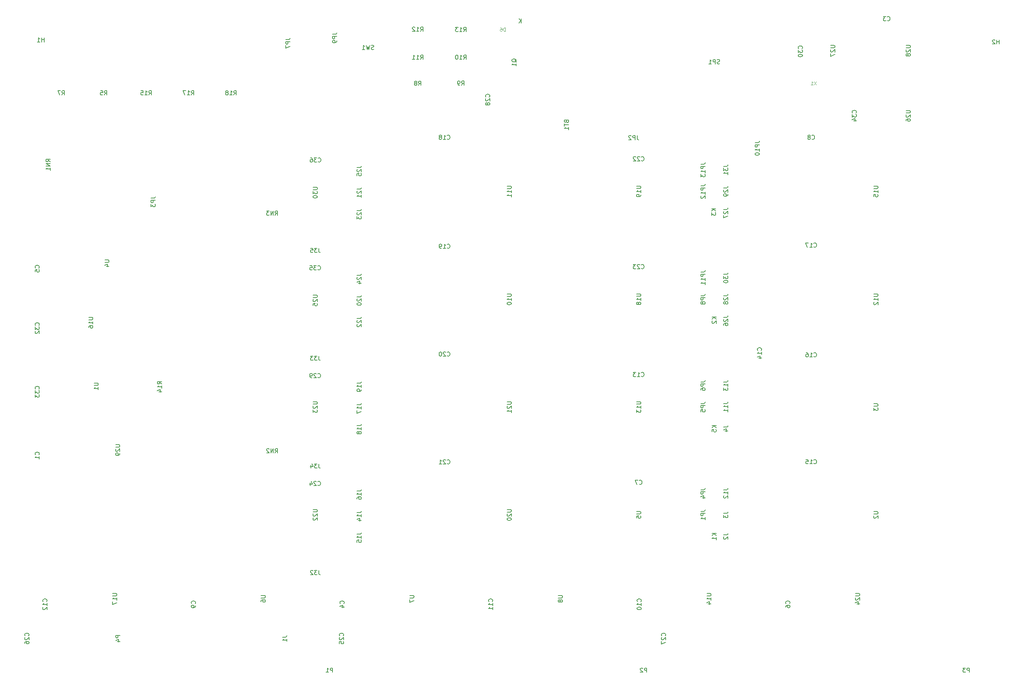
<source format=gbr>
%TF.GenerationSoftware,KiCad,Pcbnew,(6.0.11)*%
%TF.CreationDate,2023-08-27T07:58:56-04:00*%
%TF.ProjectId,memory.ROMRAM,6d656d6f-7279-42e5-924f-4d52414d2e6b,rev?*%
%TF.SameCoordinates,Original*%
%TF.FileFunction,Legend,Bot*%
%TF.FilePolarity,Positive*%
%FSLAX46Y46*%
G04 Gerber Fmt 4.6, Leading zero omitted, Abs format (unit mm)*
G04 Created by KiCad (PCBNEW (6.0.11)) date 2023-08-27 07:58:56*
%MOMM*%
%LPD*%
G01*
G04 APERTURE LIST*
%ADD10C,0.150000*%
%ADD11C,0.120000*%
G04 APERTURE END LIST*
D10*
%TO.C,P3*%
X262738095Y-226452380D02*
X262738095Y-225452380D01*
X262357142Y-225452380D01*
X262261904Y-225500000D01*
X262214285Y-225547619D01*
X262166666Y-225642857D01*
X262166666Y-225785714D01*
X262214285Y-225880952D01*
X262261904Y-225928571D01*
X262357142Y-225976190D01*
X262738095Y-225976190D01*
X261833333Y-225452380D02*
X261214285Y-225452380D01*
X261547619Y-225833333D01*
X261404761Y-225833333D01*
X261309523Y-225880952D01*
X261261904Y-225928571D01*
X261214285Y-226023809D01*
X261214285Y-226261904D01*
X261261904Y-226357142D01*
X261309523Y-226404761D01*
X261404761Y-226452380D01*
X261690476Y-226452380D01*
X261785714Y-226404761D01*
X261833333Y-226357142D01*
%TO.C,H1*%
X44761904Y-77952380D02*
X44761904Y-76952380D01*
X44761904Y-77428571D02*
X44190476Y-77428571D01*
X44190476Y-77952380D02*
X44190476Y-76952380D01*
X43190476Y-77952380D02*
X43761904Y-77952380D01*
X43476190Y-77952380D02*
X43476190Y-76952380D01*
X43571428Y-77095238D01*
X43666666Y-77190476D01*
X43761904Y-77238095D01*
%TO.C,H2*%
X269761904Y-78452380D02*
X269761904Y-77452380D01*
X269761904Y-77928571D02*
X269190476Y-77928571D01*
X269190476Y-78452380D02*
X269190476Y-77452380D01*
X268761904Y-77547619D02*
X268714285Y-77500000D01*
X268619047Y-77452380D01*
X268380952Y-77452380D01*
X268285714Y-77500000D01*
X268238095Y-77547619D01*
X268190476Y-77642857D01*
X268190476Y-77738095D01*
X268238095Y-77880952D01*
X268809523Y-78452380D01*
X268190476Y-78452380D01*
%TO.C,C15*%
X226102857Y-177252142D02*
X226150476Y-177299761D01*
X226293333Y-177347380D01*
X226388571Y-177347380D01*
X226531428Y-177299761D01*
X226626666Y-177204523D01*
X226674285Y-177109285D01*
X226721904Y-176918809D01*
X226721904Y-176775952D01*
X226674285Y-176585476D01*
X226626666Y-176490238D01*
X226531428Y-176395000D01*
X226388571Y-176347380D01*
X226293333Y-176347380D01*
X226150476Y-176395000D01*
X226102857Y-176442619D01*
X225150476Y-177347380D02*
X225721904Y-177347380D01*
X225436190Y-177347380D02*
X225436190Y-176347380D01*
X225531428Y-176490238D01*
X225626666Y-176585476D01*
X225721904Y-176633095D01*
X224245714Y-176347380D02*
X224721904Y-176347380D01*
X224769523Y-176823571D01*
X224721904Y-176775952D01*
X224626666Y-176728333D01*
X224388571Y-176728333D01*
X224293333Y-176775952D01*
X224245714Y-176823571D01*
X224198095Y-176918809D01*
X224198095Y-177156904D01*
X224245714Y-177252142D01*
X224293333Y-177299761D01*
X224388571Y-177347380D01*
X224626666Y-177347380D01*
X224721904Y-177299761D01*
X224769523Y-177252142D01*
%TO.C,C16*%
X226102857Y-152047142D02*
X226150476Y-152094761D01*
X226293333Y-152142380D01*
X226388571Y-152142380D01*
X226531428Y-152094761D01*
X226626666Y-151999523D01*
X226674285Y-151904285D01*
X226721904Y-151713809D01*
X226721904Y-151570952D01*
X226674285Y-151380476D01*
X226626666Y-151285238D01*
X226531428Y-151190000D01*
X226388571Y-151142380D01*
X226293333Y-151142380D01*
X226150476Y-151190000D01*
X226102857Y-151237619D01*
X225150476Y-152142380D02*
X225721904Y-152142380D01*
X225436190Y-152142380D02*
X225436190Y-151142380D01*
X225531428Y-151285238D01*
X225626666Y-151380476D01*
X225721904Y-151428095D01*
X224293333Y-151142380D02*
X224483809Y-151142380D01*
X224579047Y-151190000D01*
X224626666Y-151237619D01*
X224721904Y-151380476D01*
X224769523Y-151570952D01*
X224769523Y-151951904D01*
X224721904Y-152047142D01*
X224674285Y-152094761D01*
X224579047Y-152142380D01*
X224388571Y-152142380D01*
X224293333Y-152094761D01*
X224245714Y-152047142D01*
X224198095Y-151951904D01*
X224198095Y-151713809D01*
X224245714Y-151618571D01*
X224293333Y-151570952D01*
X224388571Y-151523333D01*
X224579047Y-151523333D01*
X224674285Y-151570952D01*
X224721904Y-151618571D01*
X224769523Y-151713809D01*
%TO.C,C11*%
X150357142Y-209797142D02*
X150404761Y-209749523D01*
X150452380Y-209606666D01*
X150452380Y-209511428D01*
X150404761Y-209368571D01*
X150309523Y-209273333D01*
X150214285Y-209225714D01*
X150023809Y-209178095D01*
X149880952Y-209178095D01*
X149690476Y-209225714D01*
X149595238Y-209273333D01*
X149500000Y-209368571D01*
X149452380Y-209511428D01*
X149452380Y-209606666D01*
X149500000Y-209749523D01*
X149547619Y-209797142D01*
X150452380Y-210749523D02*
X150452380Y-210178095D01*
X150452380Y-210463809D02*
X149452380Y-210463809D01*
X149595238Y-210368571D01*
X149690476Y-210273333D01*
X149738095Y-210178095D01*
X150452380Y-211701904D02*
X150452380Y-211130476D01*
X150452380Y-211416190D02*
X149452380Y-211416190D01*
X149595238Y-211320952D01*
X149690476Y-211225714D01*
X149738095Y-211130476D01*
%TO.C,C12*%
X45357142Y-209797142D02*
X45404761Y-209749523D01*
X45452380Y-209606666D01*
X45452380Y-209511428D01*
X45404761Y-209368571D01*
X45309523Y-209273333D01*
X45214285Y-209225714D01*
X45023809Y-209178095D01*
X44880952Y-209178095D01*
X44690476Y-209225714D01*
X44595238Y-209273333D01*
X44500000Y-209368571D01*
X44452380Y-209511428D01*
X44452380Y-209606666D01*
X44500000Y-209749523D01*
X44547619Y-209797142D01*
X45452380Y-210749523D02*
X45452380Y-210178095D01*
X45452380Y-210463809D02*
X44452380Y-210463809D01*
X44595238Y-210368571D01*
X44690476Y-210273333D01*
X44738095Y-210178095D01*
X44547619Y-211130476D02*
X44500000Y-211178095D01*
X44452380Y-211273333D01*
X44452380Y-211511428D01*
X44500000Y-211606666D01*
X44547619Y-211654285D01*
X44642857Y-211701904D01*
X44738095Y-211701904D01*
X44880952Y-211654285D01*
X45452380Y-211082857D01*
X45452380Y-211701904D01*
%TO.C,C1*%
X43547142Y-175213333D02*
X43594761Y-175165714D01*
X43642380Y-175022857D01*
X43642380Y-174927619D01*
X43594761Y-174784761D01*
X43499523Y-174689523D01*
X43404285Y-174641904D01*
X43213809Y-174594285D01*
X43070952Y-174594285D01*
X42880476Y-174641904D01*
X42785238Y-174689523D01*
X42690000Y-174784761D01*
X42642380Y-174927619D01*
X42642380Y-175022857D01*
X42690000Y-175165714D01*
X42737619Y-175213333D01*
X43642380Y-176165714D02*
X43642380Y-175594285D01*
X43642380Y-175880000D02*
X42642380Y-175880000D01*
X42785238Y-175784761D01*
X42880476Y-175689523D01*
X42928095Y-175594285D01*
%TO.C,C4*%
X115357142Y-210273333D02*
X115404761Y-210225714D01*
X115452380Y-210082857D01*
X115452380Y-209987619D01*
X115404761Y-209844761D01*
X115309523Y-209749523D01*
X115214285Y-209701904D01*
X115023809Y-209654285D01*
X114880952Y-209654285D01*
X114690476Y-209701904D01*
X114595238Y-209749523D01*
X114500000Y-209844761D01*
X114452380Y-209987619D01*
X114452380Y-210082857D01*
X114500000Y-210225714D01*
X114547619Y-210273333D01*
X114785714Y-211130476D02*
X115452380Y-211130476D01*
X114404761Y-210892380D02*
X115119047Y-210654285D01*
X115119047Y-211273333D01*
%TO.C,C9*%
X80357142Y-210273333D02*
X80404761Y-210225714D01*
X80452380Y-210082857D01*
X80452380Y-209987619D01*
X80404761Y-209844761D01*
X80309523Y-209749523D01*
X80214285Y-209701904D01*
X80023809Y-209654285D01*
X79880952Y-209654285D01*
X79690476Y-209701904D01*
X79595238Y-209749523D01*
X79500000Y-209844761D01*
X79452380Y-209987619D01*
X79452380Y-210082857D01*
X79500000Y-210225714D01*
X79547619Y-210273333D01*
X80452380Y-210749523D02*
X80452380Y-210940000D01*
X80404761Y-211035238D01*
X80357142Y-211082857D01*
X80214285Y-211178095D01*
X80023809Y-211225714D01*
X79642857Y-211225714D01*
X79547619Y-211178095D01*
X79500000Y-211130476D01*
X79452380Y-211035238D01*
X79452380Y-210844761D01*
X79500000Y-210749523D01*
X79547619Y-210701904D01*
X79642857Y-210654285D01*
X79880952Y-210654285D01*
X79976190Y-210701904D01*
X80023809Y-210749523D01*
X80071428Y-210844761D01*
X80071428Y-211035238D01*
X80023809Y-211130476D01*
X79976190Y-211178095D01*
X79880952Y-211225714D01*
%TO.C,C25*%
X115236742Y-217857142D02*
X115284361Y-217809523D01*
X115331980Y-217666666D01*
X115331980Y-217571428D01*
X115284361Y-217428571D01*
X115189123Y-217333333D01*
X115093885Y-217285714D01*
X114903409Y-217238095D01*
X114760552Y-217238095D01*
X114570076Y-217285714D01*
X114474838Y-217333333D01*
X114379600Y-217428571D01*
X114331980Y-217571428D01*
X114331980Y-217666666D01*
X114379600Y-217809523D01*
X114427219Y-217857142D01*
X114427219Y-218238095D02*
X114379600Y-218285714D01*
X114331980Y-218380952D01*
X114331980Y-218619047D01*
X114379600Y-218714285D01*
X114427219Y-218761904D01*
X114522457Y-218809523D01*
X114617695Y-218809523D01*
X114760552Y-218761904D01*
X115331980Y-218190476D01*
X115331980Y-218809523D01*
X114331980Y-219714285D02*
X114331980Y-219238095D01*
X114808171Y-219190476D01*
X114760552Y-219238095D01*
X114712933Y-219333333D01*
X114712933Y-219571428D01*
X114760552Y-219666666D01*
X114808171Y-219714285D01*
X114903409Y-219761904D01*
X115141504Y-219761904D01*
X115236742Y-219714285D01*
X115284361Y-219666666D01*
X115331980Y-219571428D01*
X115331980Y-219333333D01*
X115284361Y-219238095D01*
X115236742Y-219190476D01*
%TO.C,C26*%
X41106942Y-217857142D02*
X41154561Y-217809523D01*
X41202180Y-217666666D01*
X41202180Y-217571428D01*
X41154561Y-217428571D01*
X41059323Y-217333333D01*
X40964085Y-217285714D01*
X40773609Y-217238095D01*
X40630752Y-217238095D01*
X40440276Y-217285714D01*
X40345038Y-217333333D01*
X40249800Y-217428571D01*
X40202180Y-217571428D01*
X40202180Y-217666666D01*
X40249800Y-217809523D01*
X40297419Y-217857142D01*
X40297419Y-218238095D02*
X40249800Y-218285714D01*
X40202180Y-218380952D01*
X40202180Y-218619047D01*
X40249800Y-218714285D01*
X40297419Y-218761904D01*
X40392657Y-218809523D01*
X40487895Y-218809523D01*
X40630752Y-218761904D01*
X41202180Y-218190476D01*
X41202180Y-218809523D01*
X40202180Y-219666666D02*
X40202180Y-219476190D01*
X40249800Y-219380952D01*
X40297419Y-219333333D01*
X40440276Y-219238095D01*
X40630752Y-219190476D01*
X41011704Y-219190476D01*
X41106942Y-219238095D01*
X41154561Y-219285714D01*
X41202180Y-219380952D01*
X41202180Y-219571428D01*
X41154561Y-219666666D01*
X41106942Y-219714285D01*
X41011704Y-219761904D01*
X40773609Y-219761904D01*
X40678371Y-219714285D01*
X40630752Y-219666666D01*
X40583133Y-219571428D01*
X40583133Y-219380952D01*
X40630752Y-219285714D01*
X40678371Y-219238095D01*
X40773609Y-219190476D01*
%TO.C,R7*%
X48976666Y-90452380D02*
X49310000Y-89976190D01*
X49548095Y-90452380D02*
X49548095Y-89452380D01*
X49167142Y-89452380D01*
X49071904Y-89500000D01*
X49024285Y-89547619D01*
X48976666Y-89642857D01*
X48976666Y-89785714D01*
X49024285Y-89880952D01*
X49071904Y-89928571D01*
X49167142Y-89976190D01*
X49548095Y-89976190D01*
X48643333Y-89452380D02*
X47976666Y-89452380D01*
X48405238Y-90452380D01*
%TO.C,U6*%
X95882380Y-208368095D02*
X96691904Y-208368095D01*
X96787142Y-208415714D01*
X96834761Y-208463333D01*
X96882380Y-208558571D01*
X96882380Y-208749047D01*
X96834761Y-208844285D01*
X96787142Y-208891904D01*
X96691904Y-208939523D01*
X95882380Y-208939523D01*
X95882380Y-209844285D02*
X95882380Y-209653809D01*
X95930000Y-209558571D01*
X95977619Y-209510952D01*
X96120476Y-209415714D01*
X96310952Y-209368095D01*
X96691904Y-209368095D01*
X96787142Y-209415714D01*
X96834761Y-209463333D01*
X96882380Y-209558571D01*
X96882380Y-209749047D01*
X96834761Y-209844285D01*
X96787142Y-209891904D01*
X96691904Y-209939523D01*
X96453809Y-209939523D01*
X96358571Y-209891904D01*
X96310952Y-209844285D01*
X96263333Y-209749047D01*
X96263333Y-209558571D01*
X96310952Y-209463333D01*
X96358571Y-209415714D01*
X96453809Y-209368095D01*
%TO.C,U2*%
X240192380Y-188603095D02*
X241001904Y-188603095D01*
X241097142Y-188650714D01*
X241144761Y-188698333D01*
X241192380Y-188793571D01*
X241192380Y-188984047D01*
X241144761Y-189079285D01*
X241097142Y-189126904D01*
X241001904Y-189174523D01*
X240192380Y-189174523D01*
X240287619Y-189603095D02*
X240240000Y-189650714D01*
X240192380Y-189745952D01*
X240192380Y-189984047D01*
X240240000Y-190079285D01*
X240287619Y-190126904D01*
X240382857Y-190174523D01*
X240478095Y-190174523D01*
X240620952Y-190126904D01*
X241192380Y-189555476D01*
X241192380Y-190174523D01*
%TO.C,U3*%
X240192380Y-163203095D02*
X241001904Y-163203095D01*
X241097142Y-163250714D01*
X241144761Y-163298333D01*
X241192380Y-163393571D01*
X241192380Y-163584047D01*
X241144761Y-163679285D01*
X241097142Y-163726904D01*
X241001904Y-163774523D01*
X240192380Y-163774523D01*
X240192380Y-164155476D02*
X240192380Y-164774523D01*
X240573333Y-164441190D01*
X240573333Y-164584047D01*
X240620952Y-164679285D01*
X240668571Y-164726904D01*
X240763809Y-164774523D01*
X241001904Y-164774523D01*
X241097142Y-164726904D01*
X241144761Y-164679285D01*
X241192380Y-164584047D01*
X241192380Y-164298333D01*
X241144761Y-164203095D01*
X241097142Y-164155476D01*
%TO.C,U17*%
X60882380Y-207891904D02*
X61691904Y-207891904D01*
X61787142Y-207939523D01*
X61834761Y-207987142D01*
X61882380Y-208082380D01*
X61882380Y-208272857D01*
X61834761Y-208368095D01*
X61787142Y-208415714D01*
X61691904Y-208463333D01*
X60882380Y-208463333D01*
X61882380Y-209463333D02*
X61882380Y-208891904D01*
X61882380Y-209177619D02*
X60882380Y-209177619D01*
X61025238Y-209082380D01*
X61120476Y-208987142D01*
X61168095Y-208891904D01*
X60882380Y-209796666D02*
X60882380Y-210463333D01*
X61882380Y-210034761D01*
%TO.C,U16*%
X55262380Y-142831904D02*
X56071904Y-142831904D01*
X56167142Y-142879523D01*
X56214761Y-142927142D01*
X56262380Y-143022380D01*
X56262380Y-143212857D01*
X56214761Y-143308095D01*
X56167142Y-143355714D01*
X56071904Y-143403333D01*
X55262380Y-143403333D01*
X56262380Y-144403333D02*
X56262380Y-143831904D01*
X56262380Y-144117619D02*
X55262380Y-144117619D01*
X55405238Y-144022380D01*
X55500476Y-143927142D01*
X55548095Y-143831904D01*
X55262380Y-145260476D02*
X55262380Y-145070000D01*
X55310000Y-144974761D01*
X55357619Y-144927142D01*
X55500476Y-144831904D01*
X55690952Y-144784285D01*
X56071904Y-144784285D01*
X56167142Y-144831904D01*
X56214761Y-144879523D01*
X56262380Y-144974761D01*
X56262380Y-145165238D01*
X56214761Y-145260476D01*
X56167142Y-145308095D01*
X56071904Y-145355714D01*
X55833809Y-145355714D01*
X55738571Y-145308095D01*
X55690952Y-145260476D01*
X55643333Y-145165238D01*
X55643333Y-144974761D01*
X55690952Y-144879523D01*
X55738571Y-144831904D01*
X55833809Y-144784285D01*
%TO.C,C10*%
X185357142Y-209797142D02*
X185404761Y-209749523D01*
X185452380Y-209606666D01*
X185452380Y-209511428D01*
X185404761Y-209368571D01*
X185309523Y-209273333D01*
X185214285Y-209225714D01*
X185023809Y-209178095D01*
X184880952Y-209178095D01*
X184690476Y-209225714D01*
X184595238Y-209273333D01*
X184500000Y-209368571D01*
X184452380Y-209511428D01*
X184452380Y-209606666D01*
X184500000Y-209749523D01*
X184547619Y-209797142D01*
X185452380Y-210749523D02*
X185452380Y-210178095D01*
X185452380Y-210463809D02*
X184452380Y-210463809D01*
X184595238Y-210368571D01*
X184690476Y-210273333D01*
X184738095Y-210178095D01*
X184452380Y-211368571D02*
X184452380Y-211463809D01*
X184500000Y-211559047D01*
X184547619Y-211606666D01*
X184642857Y-211654285D01*
X184833333Y-211701904D01*
X185071428Y-211701904D01*
X185261904Y-211654285D01*
X185357142Y-211606666D01*
X185404761Y-211559047D01*
X185452380Y-211463809D01*
X185452380Y-211368571D01*
X185404761Y-211273333D01*
X185357142Y-211225714D01*
X185261904Y-211178095D01*
X185071428Y-211130476D01*
X184833333Y-211130476D01*
X184642857Y-211178095D01*
X184547619Y-211225714D01*
X184500000Y-211273333D01*
X184452380Y-211368571D01*
%TO.C,U7*%
X130882380Y-208368095D02*
X131691904Y-208368095D01*
X131787142Y-208415714D01*
X131834761Y-208463333D01*
X131882380Y-208558571D01*
X131882380Y-208749047D01*
X131834761Y-208844285D01*
X131787142Y-208891904D01*
X131691904Y-208939523D01*
X130882380Y-208939523D01*
X130882380Y-209320476D02*
X130882380Y-209987142D01*
X131882380Y-209558571D01*
%TO.C,U4*%
X59072380Y-129308095D02*
X59881904Y-129308095D01*
X59977142Y-129355714D01*
X60024761Y-129403333D01*
X60072380Y-129498571D01*
X60072380Y-129689047D01*
X60024761Y-129784285D01*
X59977142Y-129831904D01*
X59881904Y-129879523D01*
X59072380Y-129879523D01*
X59405714Y-130784285D02*
X60072380Y-130784285D01*
X59024761Y-130546190D02*
X59739047Y-130308095D01*
X59739047Y-130927142D01*
%TO.C,RN1*%
X46202380Y-106189523D02*
X45726190Y-105856190D01*
X46202380Y-105618095D02*
X45202380Y-105618095D01*
X45202380Y-105999047D01*
X45250000Y-106094285D01*
X45297619Y-106141904D01*
X45392857Y-106189523D01*
X45535714Y-106189523D01*
X45630952Y-106141904D01*
X45678571Y-106094285D01*
X45726190Y-105999047D01*
X45726190Y-105618095D01*
X46202380Y-106618095D02*
X45202380Y-106618095D01*
X46202380Y-107189523D01*
X45202380Y-107189523D01*
X46202380Y-108189523D02*
X46202380Y-107618095D01*
X46202380Y-107903809D02*
X45202380Y-107903809D01*
X45345238Y-107808571D01*
X45440476Y-107713333D01*
X45488095Y-107618095D01*
%TO.C,C5*%
X43547142Y-131213333D02*
X43594761Y-131165714D01*
X43642380Y-131022857D01*
X43642380Y-130927619D01*
X43594761Y-130784761D01*
X43499523Y-130689523D01*
X43404285Y-130641904D01*
X43213809Y-130594285D01*
X43070952Y-130594285D01*
X42880476Y-130641904D01*
X42785238Y-130689523D01*
X42690000Y-130784761D01*
X42642380Y-130927619D01*
X42642380Y-131022857D01*
X42690000Y-131165714D01*
X42737619Y-131213333D01*
X42642380Y-132118095D02*
X42642380Y-131641904D01*
X43118571Y-131594285D01*
X43070952Y-131641904D01*
X43023333Y-131737142D01*
X43023333Y-131975238D01*
X43070952Y-132070476D01*
X43118571Y-132118095D01*
X43213809Y-132165714D01*
X43451904Y-132165714D01*
X43547142Y-132118095D01*
X43594761Y-132070476D01*
X43642380Y-131975238D01*
X43642380Y-131737142D01*
X43594761Y-131641904D01*
X43547142Y-131594285D01*
%TO.C,JP3*%
X69952380Y-114776666D02*
X70666666Y-114776666D01*
X70809523Y-114729047D01*
X70904761Y-114633809D01*
X70952380Y-114490952D01*
X70952380Y-114395714D01*
X70952380Y-115252857D02*
X69952380Y-115252857D01*
X69952380Y-115633809D01*
X70000000Y-115729047D01*
X70047619Y-115776666D01*
X70142857Y-115824285D01*
X70285714Y-115824285D01*
X70380952Y-115776666D01*
X70428571Y-115729047D01*
X70476190Y-115633809D01*
X70476190Y-115252857D01*
X69952380Y-116157619D02*
X69952380Y-116776666D01*
X70333333Y-116443333D01*
X70333333Y-116586190D01*
X70380952Y-116681428D01*
X70428571Y-116729047D01*
X70523809Y-116776666D01*
X70761904Y-116776666D01*
X70857142Y-116729047D01*
X70904761Y-116681428D01*
X70952380Y-116586190D01*
X70952380Y-116300476D01*
X70904761Y-116205238D01*
X70857142Y-116157619D01*
%TO.C,C3*%
X243406666Y-72877142D02*
X243454285Y-72924761D01*
X243597142Y-72972380D01*
X243692380Y-72972380D01*
X243835238Y-72924761D01*
X243930476Y-72829523D01*
X243978095Y-72734285D01*
X244025714Y-72543809D01*
X244025714Y-72400952D01*
X243978095Y-72210476D01*
X243930476Y-72115238D01*
X243835238Y-72020000D01*
X243692380Y-71972380D01*
X243597142Y-71972380D01*
X243454285Y-72020000D01*
X243406666Y-72067619D01*
X243073333Y-71972380D02*
X242454285Y-71972380D01*
X242787619Y-72353333D01*
X242644761Y-72353333D01*
X242549523Y-72400952D01*
X242501904Y-72448571D01*
X242454285Y-72543809D01*
X242454285Y-72781904D01*
X242501904Y-72877142D01*
X242549523Y-72924761D01*
X242644761Y-72972380D01*
X242930476Y-72972380D01*
X243025714Y-72924761D01*
X243073333Y-72877142D01*
%TO.C,C27*%
X191106942Y-217857142D02*
X191154561Y-217809523D01*
X191202180Y-217666666D01*
X191202180Y-217571428D01*
X191154561Y-217428571D01*
X191059323Y-217333333D01*
X190964085Y-217285714D01*
X190773609Y-217238095D01*
X190630752Y-217238095D01*
X190440276Y-217285714D01*
X190345038Y-217333333D01*
X190249800Y-217428571D01*
X190202180Y-217571428D01*
X190202180Y-217666666D01*
X190249800Y-217809523D01*
X190297419Y-217857142D01*
X190297419Y-218238095D02*
X190249800Y-218285714D01*
X190202180Y-218380952D01*
X190202180Y-218619047D01*
X190249800Y-218714285D01*
X190297419Y-218761904D01*
X190392657Y-218809523D01*
X190487895Y-218809523D01*
X190630752Y-218761904D01*
X191202180Y-218190476D01*
X191202180Y-218809523D01*
X190202180Y-219142857D02*
X190202180Y-219809523D01*
X191202180Y-219380952D01*
%TO.C,C28*%
X149657142Y-90927142D02*
X149704761Y-90879523D01*
X149752380Y-90736666D01*
X149752380Y-90641428D01*
X149704761Y-90498571D01*
X149609523Y-90403333D01*
X149514285Y-90355714D01*
X149323809Y-90308095D01*
X149180952Y-90308095D01*
X148990476Y-90355714D01*
X148895238Y-90403333D01*
X148800000Y-90498571D01*
X148752380Y-90641428D01*
X148752380Y-90736666D01*
X148800000Y-90879523D01*
X148847619Y-90927142D01*
X148847619Y-91308095D02*
X148800000Y-91355714D01*
X148752380Y-91450952D01*
X148752380Y-91689047D01*
X148800000Y-91784285D01*
X148847619Y-91831904D01*
X148942857Y-91879523D01*
X149038095Y-91879523D01*
X149180952Y-91831904D01*
X149752380Y-91260476D01*
X149752380Y-91879523D01*
X149180952Y-92450952D02*
X149133333Y-92355714D01*
X149085714Y-92308095D01*
X148990476Y-92260476D01*
X148942857Y-92260476D01*
X148847619Y-92308095D01*
X148800000Y-92355714D01*
X148752380Y-92450952D01*
X148752380Y-92641428D01*
X148800000Y-92736666D01*
X148847619Y-92784285D01*
X148942857Y-92831904D01*
X148990476Y-92831904D01*
X149085714Y-92784285D01*
X149133333Y-92736666D01*
X149180952Y-92641428D01*
X149180952Y-92450952D01*
X149228571Y-92355714D01*
X149276190Y-92308095D01*
X149371428Y-92260476D01*
X149561904Y-92260476D01*
X149657142Y-92308095D01*
X149704761Y-92355714D01*
X149752380Y-92450952D01*
X149752380Y-92641428D01*
X149704761Y-92736666D01*
X149657142Y-92784285D01*
X149561904Y-92831904D01*
X149371428Y-92831904D01*
X149276190Y-92784285D01*
X149228571Y-92736666D01*
X149180952Y-92641428D01*
%TO.C,C30*%
X223317142Y-79537142D02*
X223364761Y-79489523D01*
X223412380Y-79346666D01*
X223412380Y-79251428D01*
X223364761Y-79108571D01*
X223269523Y-79013333D01*
X223174285Y-78965714D01*
X222983809Y-78918095D01*
X222840952Y-78918095D01*
X222650476Y-78965714D01*
X222555238Y-79013333D01*
X222460000Y-79108571D01*
X222412380Y-79251428D01*
X222412380Y-79346666D01*
X222460000Y-79489523D01*
X222507619Y-79537142D01*
X222412380Y-79870476D02*
X222412380Y-80489523D01*
X222793333Y-80156190D01*
X222793333Y-80299047D01*
X222840952Y-80394285D01*
X222888571Y-80441904D01*
X222983809Y-80489523D01*
X223221904Y-80489523D01*
X223317142Y-80441904D01*
X223364761Y-80394285D01*
X223412380Y-80299047D01*
X223412380Y-80013333D01*
X223364761Y-79918095D01*
X223317142Y-79870476D01*
X222412380Y-81108571D02*
X222412380Y-81203809D01*
X222460000Y-81299047D01*
X222507619Y-81346666D01*
X222602857Y-81394285D01*
X222793333Y-81441904D01*
X223031428Y-81441904D01*
X223221904Y-81394285D01*
X223317142Y-81346666D01*
X223364761Y-81299047D01*
X223412380Y-81203809D01*
X223412380Y-81108571D01*
X223364761Y-81013333D01*
X223317142Y-80965714D01*
X223221904Y-80918095D01*
X223031428Y-80870476D01*
X222793333Y-80870476D01*
X222602857Y-80918095D01*
X222507619Y-80965714D01*
X222460000Y-81013333D01*
X222412380Y-81108571D01*
%TO.C,C32*%
X43547142Y-144737142D02*
X43594761Y-144689523D01*
X43642380Y-144546666D01*
X43642380Y-144451428D01*
X43594761Y-144308571D01*
X43499523Y-144213333D01*
X43404285Y-144165714D01*
X43213809Y-144118095D01*
X43070952Y-144118095D01*
X42880476Y-144165714D01*
X42785238Y-144213333D01*
X42690000Y-144308571D01*
X42642380Y-144451428D01*
X42642380Y-144546666D01*
X42690000Y-144689523D01*
X42737619Y-144737142D01*
X42642380Y-145070476D02*
X42642380Y-145689523D01*
X43023333Y-145356190D01*
X43023333Y-145499047D01*
X43070952Y-145594285D01*
X43118571Y-145641904D01*
X43213809Y-145689523D01*
X43451904Y-145689523D01*
X43547142Y-145641904D01*
X43594761Y-145594285D01*
X43642380Y-145499047D01*
X43642380Y-145213333D01*
X43594761Y-145118095D01*
X43547142Y-145070476D01*
X42737619Y-146070476D02*
X42690000Y-146118095D01*
X42642380Y-146213333D01*
X42642380Y-146451428D01*
X42690000Y-146546666D01*
X42737619Y-146594285D01*
X42832857Y-146641904D01*
X42928095Y-146641904D01*
X43070952Y-146594285D01*
X43642380Y-146022857D01*
X43642380Y-146641904D01*
%TO.C,C33*%
X43547142Y-159737142D02*
X43594761Y-159689523D01*
X43642380Y-159546666D01*
X43642380Y-159451428D01*
X43594761Y-159308571D01*
X43499523Y-159213333D01*
X43404285Y-159165714D01*
X43213809Y-159118095D01*
X43070952Y-159118095D01*
X42880476Y-159165714D01*
X42785238Y-159213333D01*
X42690000Y-159308571D01*
X42642380Y-159451428D01*
X42642380Y-159546666D01*
X42690000Y-159689523D01*
X42737619Y-159737142D01*
X42642380Y-160070476D02*
X42642380Y-160689523D01*
X43023333Y-160356190D01*
X43023333Y-160499047D01*
X43070952Y-160594285D01*
X43118571Y-160641904D01*
X43213809Y-160689523D01*
X43451904Y-160689523D01*
X43547142Y-160641904D01*
X43594761Y-160594285D01*
X43642380Y-160499047D01*
X43642380Y-160213333D01*
X43594761Y-160118095D01*
X43547142Y-160070476D01*
X42642380Y-161022857D02*
X42642380Y-161641904D01*
X43023333Y-161308571D01*
X43023333Y-161451428D01*
X43070952Y-161546666D01*
X43118571Y-161594285D01*
X43213809Y-161641904D01*
X43451904Y-161641904D01*
X43547142Y-161594285D01*
X43594761Y-161546666D01*
X43642380Y-161451428D01*
X43642380Y-161165714D01*
X43594761Y-161070476D01*
X43547142Y-161022857D01*
%TO.C,C34*%
X236017142Y-94697142D02*
X236064761Y-94649523D01*
X236112380Y-94506666D01*
X236112380Y-94411428D01*
X236064761Y-94268571D01*
X235969523Y-94173333D01*
X235874285Y-94125714D01*
X235683809Y-94078095D01*
X235540952Y-94078095D01*
X235350476Y-94125714D01*
X235255238Y-94173333D01*
X235160000Y-94268571D01*
X235112380Y-94411428D01*
X235112380Y-94506666D01*
X235160000Y-94649523D01*
X235207619Y-94697142D01*
X235112380Y-95030476D02*
X235112380Y-95649523D01*
X235493333Y-95316190D01*
X235493333Y-95459047D01*
X235540952Y-95554285D01*
X235588571Y-95601904D01*
X235683809Y-95649523D01*
X235921904Y-95649523D01*
X236017142Y-95601904D01*
X236064761Y-95554285D01*
X236112380Y-95459047D01*
X236112380Y-95173333D01*
X236064761Y-95078095D01*
X236017142Y-95030476D01*
X235445714Y-96506666D02*
X236112380Y-96506666D01*
X235064761Y-96268571D02*
X235779047Y-96030476D01*
X235779047Y-96649523D01*
%TO.C,JP9*%
X112702380Y-76166666D02*
X113416666Y-76166666D01*
X113559523Y-76119047D01*
X113654761Y-76023809D01*
X113702380Y-75880952D01*
X113702380Y-75785714D01*
X113702380Y-76642857D02*
X112702380Y-76642857D01*
X112702380Y-77023809D01*
X112750000Y-77119047D01*
X112797619Y-77166666D01*
X112892857Y-77214285D01*
X113035714Y-77214285D01*
X113130952Y-77166666D01*
X113178571Y-77119047D01*
X113226190Y-77023809D01*
X113226190Y-76642857D01*
X113702380Y-77690476D02*
X113702380Y-77880952D01*
X113654761Y-77976190D01*
X113607142Y-78023809D01*
X113464285Y-78119047D01*
X113273809Y-78166666D01*
X112892857Y-78166666D01*
X112797619Y-78119047D01*
X112750000Y-78071428D01*
X112702380Y-77976190D01*
X112702380Y-77785714D01*
X112750000Y-77690476D01*
X112797619Y-77642857D01*
X112892857Y-77595238D01*
X113130952Y-77595238D01*
X113226190Y-77642857D01*
X113273809Y-77690476D01*
X113321428Y-77785714D01*
X113321428Y-77976190D01*
X113273809Y-78071428D01*
X113226190Y-78119047D01*
X113130952Y-78166666D01*
%TO.C,JP10*%
X212252380Y-101690476D02*
X212966666Y-101690476D01*
X213109523Y-101642857D01*
X213204761Y-101547619D01*
X213252380Y-101404761D01*
X213252380Y-101309523D01*
X213252380Y-102166666D02*
X212252380Y-102166666D01*
X212252380Y-102547619D01*
X212300000Y-102642857D01*
X212347619Y-102690476D01*
X212442857Y-102738095D01*
X212585714Y-102738095D01*
X212680952Y-102690476D01*
X212728571Y-102642857D01*
X212776190Y-102547619D01*
X212776190Y-102166666D01*
X213252380Y-103690476D02*
X213252380Y-103119047D01*
X213252380Y-103404761D02*
X212252380Y-103404761D01*
X212395238Y-103309523D01*
X212490476Y-103214285D01*
X212538095Y-103119047D01*
X212252380Y-104309523D02*
X212252380Y-104404761D01*
X212300000Y-104500000D01*
X212347619Y-104547619D01*
X212442857Y-104595238D01*
X212633333Y-104642857D01*
X212871428Y-104642857D01*
X213061904Y-104595238D01*
X213157142Y-104547619D01*
X213204761Y-104500000D01*
X213252380Y-104404761D01*
X213252380Y-104309523D01*
X213204761Y-104214285D01*
X213157142Y-104166666D01*
X213061904Y-104119047D01*
X212871428Y-104071428D01*
X212633333Y-104071428D01*
X212442857Y-104119047D01*
X212347619Y-104166666D01*
X212300000Y-104214285D01*
X212252380Y-104309523D01*
%TO.C,P1*%
X112738095Y-226452380D02*
X112738095Y-225452380D01*
X112357142Y-225452380D01*
X112261904Y-225500000D01*
X112214285Y-225547619D01*
X112166666Y-225642857D01*
X112166666Y-225785714D01*
X112214285Y-225880952D01*
X112261904Y-225928571D01*
X112357142Y-225976190D01*
X112738095Y-225976190D01*
X111214285Y-226452380D02*
X111785714Y-226452380D01*
X111500000Y-226452380D02*
X111500000Y-225452380D01*
X111595238Y-225595238D01*
X111690476Y-225690476D01*
X111785714Y-225738095D01*
%TO.C,P2*%
X186738095Y-226452380D02*
X186738095Y-225452380D01*
X186357142Y-225452380D01*
X186261904Y-225500000D01*
X186214285Y-225547619D01*
X186166666Y-225642857D01*
X186166666Y-225785714D01*
X186214285Y-225880952D01*
X186261904Y-225928571D01*
X186357142Y-225976190D01*
X186738095Y-225976190D01*
X185785714Y-225547619D02*
X185738095Y-225500000D01*
X185642857Y-225452380D01*
X185404761Y-225452380D01*
X185309523Y-225500000D01*
X185261904Y-225547619D01*
X185214285Y-225642857D01*
X185214285Y-225738095D01*
X185261904Y-225880952D01*
X185833333Y-226452380D01*
X185214285Y-226452380D01*
%TO.C,Q1*%
X156047640Y-82707161D02*
X156000021Y-82611923D01*
X155904782Y-82516685D01*
X155761925Y-82373828D01*
X155714306Y-82278590D01*
X155714306Y-82183352D01*
X155952401Y-82230971D02*
X155904782Y-82135733D01*
X155809544Y-82040495D01*
X155619068Y-81992876D01*
X155285735Y-81992876D01*
X155095259Y-82040495D01*
X155000021Y-82135733D01*
X154952401Y-82230971D01*
X154952401Y-82421447D01*
X155000021Y-82516685D01*
X155095259Y-82611923D01*
X155285735Y-82659542D01*
X155619068Y-82659542D01*
X155809544Y-82611923D01*
X155904782Y-82516685D01*
X155952401Y-82421447D01*
X155952401Y-82230971D01*
X155952401Y-83611923D02*
X155952401Y-83040495D01*
X155952401Y-83326209D02*
X154952401Y-83326209D01*
X155095259Y-83230971D01*
X155190497Y-83135733D01*
X155238116Y-83040495D01*
%TO.C,R8*%
X132956666Y-88192380D02*
X133290000Y-87716190D01*
X133528095Y-88192380D02*
X133528095Y-87192380D01*
X133147142Y-87192380D01*
X133051904Y-87240000D01*
X133004285Y-87287619D01*
X132956666Y-87382857D01*
X132956666Y-87525714D01*
X133004285Y-87620952D01*
X133051904Y-87668571D01*
X133147142Y-87716190D01*
X133528095Y-87716190D01*
X132385238Y-87620952D02*
X132480476Y-87573333D01*
X132528095Y-87525714D01*
X132575714Y-87430476D01*
X132575714Y-87382857D01*
X132528095Y-87287619D01*
X132480476Y-87240000D01*
X132385238Y-87192380D01*
X132194761Y-87192380D01*
X132099523Y-87240000D01*
X132051904Y-87287619D01*
X132004285Y-87382857D01*
X132004285Y-87430476D01*
X132051904Y-87525714D01*
X132099523Y-87573333D01*
X132194761Y-87620952D01*
X132385238Y-87620952D01*
X132480476Y-87668571D01*
X132528095Y-87716190D01*
X132575714Y-87811428D01*
X132575714Y-88001904D01*
X132528095Y-88097142D01*
X132480476Y-88144761D01*
X132385238Y-88192380D01*
X132194761Y-88192380D01*
X132099523Y-88144761D01*
X132051904Y-88097142D01*
X132004285Y-88001904D01*
X132004285Y-87811428D01*
X132051904Y-87716190D01*
X132099523Y-87668571D01*
X132194761Y-87620952D01*
%TO.C,R9*%
X143116666Y-88172380D02*
X143450000Y-87696190D01*
X143688095Y-88172380D02*
X143688095Y-87172380D01*
X143307142Y-87172380D01*
X143211904Y-87220000D01*
X143164285Y-87267619D01*
X143116666Y-87362857D01*
X143116666Y-87505714D01*
X143164285Y-87600952D01*
X143211904Y-87648571D01*
X143307142Y-87696190D01*
X143688095Y-87696190D01*
X142640476Y-88172380D02*
X142450000Y-88172380D01*
X142354761Y-88124761D01*
X142307142Y-88077142D01*
X142211904Y-87934285D01*
X142164285Y-87743809D01*
X142164285Y-87362857D01*
X142211904Y-87267619D01*
X142259523Y-87220000D01*
X142354761Y-87172380D01*
X142545238Y-87172380D01*
X142640476Y-87220000D01*
X142688095Y-87267619D01*
X142735714Y-87362857D01*
X142735714Y-87600952D01*
X142688095Y-87696190D01*
X142640476Y-87743809D01*
X142545238Y-87791428D01*
X142354761Y-87791428D01*
X142259523Y-87743809D01*
X142211904Y-87696190D01*
X142164285Y-87600952D01*
%TO.C,R10*%
X143592857Y-82042380D02*
X143926190Y-81566190D01*
X144164285Y-82042380D02*
X144164285Y-81042380D01*
X143783333Y-81042380D01*
X143688095Y-81090000D01*
X143640476Y-81137619D01*
X143592857Y-81232857D01*
X143592857Y-81375714D01*
X143640476Y-81470952D01*
X143688095Y-81518571D01*
X143783333Y-81566190D01*
X144164285Y-81566190D01*
X142640476Y-82042380D02*
X143211904Y-82042380D01*
X142926190Y-82042380D02*
X142926190Y-81042380D01*
X143021428Y-81185238D01*
X143116666Y-81280476D01*
X143211904Y-81328095D01*
X142021428Y-81042380D02*
X141926190Y-81042380D01*
X141830952Y-81090000D01*
X141783333Y-81137619D01*
X141735714Y-81232857D01*
X141688095Y-81423333D01*
X141688095Y-81661428D01*
X141735714Y-81851904D01*
X141783333Y-81947142D01*
X141830952Y-81994761D01*
X141926190Y-82042380D01*
X142021428Y-82042380D01*
X142116666Y-81994761D01*
X142164285Y-81947142D01*
X142211904Y-81851904D01*
X142259523Y-81661428D01*
X142259523Y-81423333D01*
X142211904Y-81232857D01*
X142164285Y-81137619D01*
X142116666Y-81090000D01*
X142021428Y-81042380D01*
%TO.C,R11*%
X133432857Y-82042380D02*
X133766190Y-81566190D01*
X134004285Y-82042380D02*
X134004285Y-81042380D01*
X133623333Y-81042380D01*
X133528095Y-81090000D01*
X133480476Y-81137619D01*
X133432857Y-81232857D01*
X133432857Y-81375714D01*
X133480476Y-81470952D01*
X133528095Y-81518571D01*
X133623333Y-81566190D01*
X134004285Y-81566190D01*
X132480476Y-82042380D02*
X133051904Y-82042380D01*
X132766190Y-82042380D02*
X132766190Y-81042380D01*
X132861428Y-81185238D01*
X132956666Y-81280476D01*
X133051904Y-81328095D01*
X131528095Y-82042380D02*
X132099523Y-82042380D01*
X131813809Y-82042380D02*
X131813809Y-81042380D01*
X131909047Y-81185238D01*
X132004285Y-81280476D01*
X132099523Y-81328095D01*
%TO.C,R12*%
X133432857Y-75472380D02*
X133766190Y-74996190D01*
X134004285Y-75472380D02*
X134004285Y-74472380D01*
X133623333Y-74472380D01*
X133528095Y-74520000D01*
X133480476Y-74567619D01*
X133432857Y-74662857D01*
X133432857Y-74805714D01*
X133480476Y-74900952D01*
X133528095Y-74948571D01*
X133623333Y-74996190D01*
X134004285Y-74996190D01*
X132480476Y-75472380D02*
X133051904Y-75472380D01*
X132766190Y-75472380D02*
X132766190Y-74472380D01*
X132861428Y-74615238D01*
X132956666Y-74710476D01*
X133051904Y-74758095D01*
X132099523Y-74567619D02*
X132051904Y-74520000D01*
X131956666Y-74472380D01*
X131718571Y-74472380D01*
X131623333Y-74520000D01*
X131575714Y-74567619D01*
X131528095Y-74662857D01*
X131528095Y-74758095D01*
X131575714Y-74900952D01*
X132147142Y-75472380D01*
X131528095Y-75472380D01*
%TO.C,R13*%
X143592857Y-75512380D02*
X143926190Y-75036190D01*
X144164285Y-75512380D02*
X144164285Y-74512380D01*
X143783333Y-74512380D01*
X143688095Y-74560000D01*
X143640476Y-74607619D01*
X143592857Y-74702857D01*
X143592857Y-74845714D01*
X143640476Y-74940952D01*
X143688095Y-74988571D01*
X143783333Y-75036190D01*
X144164285Y-75036190D01*
X142640476Y-75512380D02*
X143211904Y-75512380D01*
X142926190Y-75512380D02*
X142926190Y-74512380D01*
X143021428Y-74655238D01*
X143116666Y-74750476D01*
X143211904Y-74798095D01*
X142307142Y-74512380D02*
X141688095Y-74512380D01*
X142021428Y-74893333D01*
X141878571Y-74893333D01*
X141783333Y-74940952D01*
X141735714Y-74988571D01*
X141688095Y-75083809D01*
X141688095Y-75321904D01*
X141735714Y-75417142D01*
X141783333Y-75464761D01*
X141878571Y-75512380D01*
X142164285Y-75512380D01*
X142259523Y-75464761D01*
X142307142Y-75417142D01*
%TO.C,R15*%
X69452857Y-90452380D02*
X69786190Y-89976190D01*
X70024285Y-90452380D02*
X70024285Y-89452380D01*
X69643333Y-89452380D01*
X69548095Y-89500000D01*
X69500476Y-89547619D01*
X69452857Y-89642857D01*
X69452857Y-89785714D01*
X69500476Y-89880952D01*
X69548095Y-89928571D01*
X69643333Y-89976190D01*
X70024285Y-89976190D01*
X68500476Y-90452380D02*
X69071904Y-90452380D01*
X68786190Y-90452380D02*
X68786190Y-89452380D01*
X68881428Y-89595238D01*
X68976666Y-89690476D01*
X69071904Y-89738095D01*
X67595714Y-89452380D02*
X68071904Y-89452380D01*
X68119523Y-89928571D01*
X68071904Y-89880952D01*
X67976666Y-89833333D01*
X67738571Y-89833333D01*
X67643333Y-89880952D01*
X67595714Y-89928571D01*
X67548095Y-90023809D01*
X67548095Y-90261904D01*
X67595714Y-90357142D01*
X67643333Y-90404761D01*
X67738571Y-90452380D01*
X67976666Y-90452380D01*
X68071904Y-90404761D01*
X68119523Y-90357142D01*
%TO.C,R17*%
X79452857Y-90452380D02*
X79786190Y-89976190D01*
X80024285Y-90452380D02*
X80024285Y-89452380D01*
X79643333Y-89452380D01*
X79548095Y-89500000D01*
X79500476Y-89547619D01*
X79452857Y-89642857D01*
X79452857Y-89785714D01*
X79500476Y-89880952D01*
X79548095Y-89928571D01*
X79643333Y-89976190D01*
X80024285Y-89976190D01*
X78500476Y-90452380D02*
X79071904Y-90452380D01*
X78786190Y-90452380D02*
X78786190Y-89452380D01*
X78881428Y-89595238D01*
X78976666Y-89690476D01*
X79071904Y-89738095D01*
X78167142Y-89452380D02*
X77500476Y-89452380D01*
X77929047Y-90452380D01*
%TO.C,R18*%
X89452857Y-90452380D02*
X89786190Y-89976190D01*
X90024285Y-90452380D02*
X90024285Y-89452380D01*
X89643333Y-89452380D01*
X89548095Y-89500000D01*
X89500476Y-89547619D01*
X89452857Y-89642857D01*
X89452857Y-89785714D01*
X89500476Y-89880952D01*
X89548095Y-89928571D01*
X89643333Y-89976190D01*
X90024285Y-89976190D01*
X88500476Y-90452380D02*
X89071904Y-90452380D01*
X88786190Y-90452380D02*
X88786190Y-89452380D01*
X88881428Y-89595238D01*
X88976666Y-89690476D01*
X89071904Y-89738095D01*
X87929047Y-89880952D02*
X88024285Y-89833333D01*
X88071904Y-89785714D01*
X88119523Y-89690476D01*
X88119523Y-89642857D01*
X88071904Y-89547619D01*
X88024285Y-89500000D01*
X87929047Y-89452380D01*
X87738571Y-89452380D01*
X87643333Y-89500000D01*
X87595714Y-89547619D01*
X87548095Y-89642857D01*
X87548095Y-89690476D01*
X87595714Y-89785714D01*
X87643333Y-89833333D01*
X87738571Y-89880952D01*
X87929047Y-89880952D01*
X88024285Y-89928571D01*
X88071904Y-89976190D01*
X88119523Y-90071428D01*
X88119523Y-90261904D01*
X88071904Y-90357142D01*
X88024285Y-90404761D01*
X87929047Y-90452380D01*
X87738571Y-90452380D01*
X87643333Y-90404761D01*
X87595714Y-90357142D01*
X87548095Y-90261904D01*
X87548095Y-90071428D01*
X87595714Y-89976190D01*
X87643333Y-89928571D01*
X87738571Y-89880952D01*
%TO.C,SP1*%
X203901904Y-83084761D02*
X203759047Y-83132380D01*
X203520952Y-83132380D01*
X203425714Y-83084761D01*
X203378095Y-83037142D01*
X203330476Y-82941904D01*
X203330476Y-82846666D01*
X203378095Y-82751428D01*
X203425714Y-82703809D01*
X203520952Y-82656190D01*
X203711428Y-82608571D01*
X203806666Y-82560952D01*
X203854285Y-82513333D01*
X203901904Y-82418095D01*
X203901904Y-82322857D01*
X203854285Y-82227619D01*
X203806666Y-82180000D01*
X203711428Y-82132380D01*
X203473333Y-82132380D01*
X203330476Y-82180000D01*
X202901904Y-83132380D02*
X202901904Y-82132380D01*
X202520952Y-82132380D01*
X202425714Y-82180000D01*
X202378095Y-82227619D01*
X202330476Y-82322857D01*
X202330476Y-82465714D01*
X202378095Y-82560952D01*
X202425714Y-82608571D01*
X202520952Y-82656190D01*
X202901904Y-82656190D01*
X201378095Y-83132380D02*
X201949523Y-83132380D01*
X201663809Y-83132380D02*
X201663809Y-82132380D01*
X201759047Y-82275238D01*
X201854285Y-82370476D01*
X201949523Y-82418095D01*
%TO.C,SW1*%
X122403333Y-79684761D02*
X122260476Y-79732380D01*
X122022380Y-79732380D01*
X121927142Y-79684761D01*
X121879523Y-79637142D01*
X121831904Y-79541904D01*
X121831904Y-79446666D01*
X121879523Y-79351428D01*
X121927142Y-79303809D01*
X122022380Y-79256190D01*
X122212857Y-79208571D01*
X122308095Y-79160952D01*
X122355714Y-79113333D01*
X122403333Y-79018095D01*
X122403333Y-78922857D01*
X122355714Y-78827619D01*
X122308095Y-78780000D01*
X122212857Y-78732380D01*
X121974761Y-78732380D01*
X121831904Y-78780000D01*
X121498571Y-78732380D02*
X121260476Y-79732380D01*
X121070000Y-79018095D01*
X120879523Y-79732380D01*
X120641428Y-78732380D01*
X119736666Y-79732380D02*
X120308095Y-79732380D01*
X120022380Y-79732380D02*
X120022380Y-78732380D01*
X120117619Y-78875238D01*
X120212857Y-78970476D01*
X120308095Y-79018095D01*
%TO.C,U24*%
X235882380Y-207891904D02*
X236691904Y-207891904D01*
X236787142Y-207939523D01*
X236834761Y-207987142D01*
X236882380Y-208082380D01*
X236882380Y-208272857D01*
X236834761Y-208368095D01*
X236787142Y-208415714D01*
X236691904Y-208463333D01*
X235882380Y-208463333D01*
X235977619Y-208891904D02*
X235930000Y-208939523D01*
X235882380Y-209034761D01*
X235882380Y-209272857D01*
X235930000Y-209368095D01*
X235977619Y-209415714D01*
X236072857Y-209463333D01*
X236168095Y-209463333D01*
X236310952Y-209415714D01*
X236882380Y-208844285D01*
X236882380Y-209463333D01*
X236215714Y-210320476D02*
X236882380Y-210320476D01*
X235834761Y-210082380D02*
X236549047Y-209844285D01*
X236549047Y-210463333D01*
%TO.C,U26*%
X247807380Y-94131904D02*
X248616904Y-94131904D01*
X248712142Y-94179523D01*
X248759761Y-94227142D01*
X248807380Y-94322380D01*
X248807380Y-94512857D01*
X248759761Y-94608095D01*
X248712142Y-94655714D01*
X248616904Y-94703333D01*
X247807380Y-94703333D01*
X247902619Y-95131904D02*
X247855000Y-95179523D01*
X247807380Y-95274761D01*
X247807380Y-95512857D01*
X247855000Y-95608095D01*
X247902619Y-95655714D01*
X247997857Y-95703333D01*
X248093095Y-95703333D01*
X248235952Y-95655714D01*
X248807380Y-95084285D01*
X248807380Y-95703333D01*
X247807380Y-96560476D02*
X247807380Y-96370000D01*
X247855000Y-96274761D01*
X247902619Y-96227142D01*
X248045476Y-96131904D01*
X248235952Y-96084285D01*
X248616904Y-96084285D01*
X248712142Y-96131904D01*
X248759761Y-96179523D01*
X248807380Y-96274761D01*
X248807380Y-96465238D01*
X248759761Y-96560476D01*
X248712142Y-96608095D01*
X248616904Y-96655714D01*
X248378809Y-96655714D01*
X248283571Y-96608095D01*
X248235952Y-96560476D01*
X248188333Y-96465238D01*
X248188333Y-96274761D01*
X248235952Y-96179523D01*
X248283571Y-96131904D01*
X248378809Y-96084285D01*
%TO.C,U27*%
X230042380Y-78771904D02*
X230851904Y-78771904D01*
X230947142Y-78819523D01*
X230994761Y-78867142D01*
X231042380Y-78962380D01*
X231042380Y-79152857D01*
X230994761Y-79248095D01*
X230947142Y-79295714D01*
X230851904Y-79343333D01*
X230042380Y-79343333D01*
X230137619Y-79771904D02*
X230090000Y-79819523D01*
X230042380Y-79914761D01*
X230042380Y-80152857D01*
X230090000Y-80248095D01*
X230137619Y-80295714D01*
X230232857Y-80343333D01*
X230328095Y-80343333D01*
X230470952Y-80295714D01*
X231042380Y-79724285D01*
X231042380Y-80343333D01*
X230042380Y-80676666D02*
X230042380Y-81343333D01*
X231042380Y-80914761D01*
%TO.C,U28*%
X247807380Y-78771904D02*
X248616904Y-78771904D01*
X248712142Y-78819523D01*
X248759761Y-78867142D01*
X248807380Y-78962380D01*
X248807380Y-79152857D01*
X248759761Y-79248095D01*
X248712142Y-79295714D01*
X248616904Y-79343333D01*
X247807380Y-79343333D01*
X247902619Y-79771904D02*
X247855000Y-79819523D01*
X247807380Y-79914761D01*
X247807380Y-80152857D01*
X247855000Y-80248095D01*
X247902619Y-80295714D01*
X247997857Y-80343333D01*
X248093095Y-80343333D01*
X248235952Y-80295714D01*
X248807380Y-79724285D01*
X248807380Y-80343333D01*
X248235952Y-80914761D02*
X248188333Y-80819523D01*
X248140714Y-80771904D01*
X248045476Y-80724285D01*
X247997857Y-80724285D01*
X247902619Y-80771904D01*
X247855000Y-80819523D01*
X247807380Y-80914761D01*
X247807380Y-81105238D01*
X247855000Y-81200476D01*
X247902619Y-81248095D01*
X247997857Y-81295714D01*
X248045476Y-81295714D01*
X248140714Y-81248095D01*
X248188333Y-81200476D01*
X248235952Y-81105238D01*
X248235952Y-80914761D01*
X248283571Y-80819523D01*
X248331190Y-80771904D01*
X248426428Y-80724285D01*
X248616904Y-80724285D01*
X248712142Y-80771904D01*
X248759761Y-80819523D01*
X248807380Y-80914761D01*
X248807380Y-81105238D01*
X248759761Y-81200476D01*
X248712142Y-81248095D01*
X248616904Y-81295714D01*
X248426428Y-81295714D01*
X248331190Y-81248095D01*
X248283571Y-81200476D01*
X248235952Y-81105238D01*
D11*
%TO.C,X1*%
X226687619Y-87271904D02*
X226154285Y-88071904D01*
X226154285Y-87271904D02*
X226687619Y-88071904D01*
X225430476Y-88071904D02*
X225887619Y-88071904D01*
X225659047Y-88071904D02*
X225659047Y-87271904D01*
X225735238Y-87386190D01*
X225811428Y-87462380D01*
X225887619Y-87500476D01*
D10*
%TO.C,U14*%
X200882380Y-207891904D02*
X201691904Y-207891904D01*
X201787142Y-207939523D01*
X201834761Y-207987142D01*
X201882380Y-208082380D01*
X201882380Y-208272857D01*
X201834761Y-208368095D01*
X201787142Y-208415714D01*
X201691904Y-208463333D01*
X200882380Y-208463333D01*
X201882380Y-209463333D02*
X201882380Y-208891904D01*
X201882380Y-209177619D02*
X200882380Y-209177619D01*
X201025238Y-209082380D01*
X201120476Y-208987142D01*
X201168095Y-208891904D01*
X201215714Y-210320476D02*
X201882380Y-210320476D01*
X200834761Y-210082380D02*
X201549047Y-209844285D01*
X201549047Y-210463333D01*
%TO.C,JP4*%
X199472380Y-183446666D02*
X200186666Y-183446666D01*
X200329523Y-183399047D01*
X200424761Y-183303809D01*
X200472380Y-183160952D01*
X200472380Y-183065714D01*
X200472380Y-183922857D02*
X199472380Y-183922857D01*
X199472380Y-184303809D01*
X199520000Y-184399047D01*
X199567619Y-184446666D01*
X199662857Y-184494285D01*
X199805714Y-184494285D01*
X199900952Y-184446666D01*
X199948571Y-184399047D01*
X199996190Y-184303809D01*
X199996190Y-183922857D01*
X199805714Y-185351428D02*
X200472380Y-185351428D01*
X199424761Y-185113333D02*
X200139047Y-184875238D01*
X200139047Y-185494285D01*
%TO.C,JP5*%
X199472380Y-163126666D02*
X200186666Y-163126666D01*
X200329523Y-163079047D01*
X200424761Y-162983809D01*
X200472380Y-162840952D01*
X200472380Y-162745714D01*
X200472380Y-163602857D02*
X199472380Y-163602857D01*
X199472380Y-163983809D01*
X199520000Y-164079047D01*
X199567619Y-164126666D01*
X199662857Y-164174285D01*
X199805714Y-164174285D01*
X199900952Y-164126666D01*
X199948571Y-164079047D01*
X199996190Y-163983809D01*
X199996190Y-163602857D01*
X199472380Y-165079047D02*
X199472380Y-164602857D01*
X199948571Y-164555238D01*
X199900952Y-164602857D01*
X199853333Y-164698095D01*
X199853333Y-164936190D01*
X199900952Y-165031428D01*
X199948571Y-165079047D01*
X200043809Y-165126666D01*
X200281904Y-165126666D01*
X200377142Y-165079047D01*
X200424761Y-165031428D01*
X200472380Y-164936190D01*
X200472380Y-164698095D01*
X200424761Y-164602857D01*
X200377142Y-164555238D01*
%TO.C,K5*%
X203092380Y-168301904D02*
X202092380Y-168301904D01*
X203092380Y-168873333D02*
X202520952Y-168444761D01*
X202092380Y-168873333D02*
X202663809Y-168301904D01*
X202092380Y-169778095D02*
X202092380Y-169301904D01*
X202568571Y-169254285D01*
X202520952Y-169301904D01*
X202473333Y-169397142D01*
X202473333Y-169635238D01*
X202520952Y-169730476D01*
X202568571Y-169778095D01*
X202663809Y-169825714D01*
X202901904Y-169825714D01*
X202997142Y-169778095D01*
X203044761Y-169730476D01*
X203092380Y-169635238D01*
X203092380Y-169397142D01*
X203044761Y-169301904D01*
X202997142Y-169254285D01*
%TO.C,JP6*%
X199472380Y-158046666D02*
X200186666Y-158046666D01*
X200329523Y-157999047D01*
X200424761Y-157903809D01*
X200472380Y-157760952D01*
X200472380Y-157665714D01*
X200472380Y-158522857D02*
X199472380Y-158522857D01*
X199472380Y-158903809D01*
X199520000Y-158999047D01*
X199567619Y-159046666D01*
X199662857Y-159094285D01*
X199805714Y-159094285D01*
X199900952Y-159046666D01*
X199948571Y-158999047D01*
X199996190Y-158903809D01*
X199996190Y-158522857D01*
X199472380Y-159951428D02*
X199472380Y-159760952D01*
X199520000Y-159665714D01*
X199567619Y-159618095D01*
X199710476Y-159522857D01*
X199900952Y-159475238D01*
X200281904Y-159475238D01*
X200377142Y-159522857D01*
X200424761Y-159570476D01*
X200472380Y-159665714D01*
X200472380Y-159856190D01*
X200424761Y-159951428D01*
X200377142Y-159999047D01*
X200281904Y-160046666D01*
X200043809Y-160046666D01*
X199948571Y-159999047D01*
X199900952Y-159951428D01*
X199853333Y-159856190D01*
X199853333Y-159665714D01*
X199900952Y-159570476D01*
X199948571Y-159522857D01*
X200043809Y-159475238D01*
%TO.C,JP1*%
X199472380Y-188526666D02*
X200186666Y-188526666D01*
X200329523Y-188479047D01*
X200424761Y-188383809D01*
X200472380Y-188240952D01*
X200472380Y-188145714D01*
X200472380Y-189002857D02*
X199472380Y-189002857D01*
X199472380Y-189383809D01*
X199520000Y-189479047D01*
X199567619Y-189526666D01*
X199662857Y-189574285D01*
X199805714Y-189574285D01*
X199900952Y-189526666D01*
X199948571Y-189479047D01*
X199996190Y-189383809D01*
X199996190Y-189002857D01*
X200472380Y-190526666D02*
X200472380Y-189955238D01*
X200472380Y-190240952D02*
X199472380Y-190240952D01*
X199615238Y-190145714D01*
X199710476Y-190050476D01*
X199758095Y-189955238D01*
%TO.C,C7*%
X184986666Y-182097142D02*
X185034285Y-182144761D01*
X185177142Y-182192380D01*
X185272380Y-182192380D01*
X185415238Y-182144761D01*
X185510476Y-182049523D01*
X185558095Y-181954285D01*
X185605714Y-181763809D01*
X185605714Y-181620952D01*
X185558095Y-181430476D01*
X185510476Y-181335238D01*
X185415238Y-181240000D01*
X185272380Y-181192380D01*
X185177142Y-181192380D01*
X185034285Y-181240000D01*
X184986666Y-181287619D01*
X184653333Y-181192380D02*
X183986666Y-181192380D01*
X184415238Y-182192380D01*
%TO.C,K1*%
X203092380Y-193701904D02*
X202092380Y-193701904D01*
X203092380Y-194273333D02*
X202520952Y-193844761D01*
X202092380Y-194273333D02*
X202663809Y-193701904D01*
X203092380Y-195225714D02*
X203092380Y-194654285D01*
X203092380Y-194940000D02*
X202092380Y-194940000D01*
X202235238Y-194844761D01*
X202330476Y-194749523D01*
X202378095Y-194654285D01*
%TO.C,U5*%
X184322380Y-188588095D02*
X185131904Y-188588095D01*
X185227142Y-188635714D01*
X185274761Y-188683333D01*
X185322380Y-188778571D01*
X185322380Y-188969047D01*
X185274761Y-189064285D01*
X185227142Y-189111904D01*
X185131904Y-189159523D01*
X184322380Y-189159523D01*
X184322380Y-190111904D02*
X184322380Y-189635714D01*
X184798571Y-189588095D01*
X184750952Y-189635714D01*
X184703333Y-189730952D01*
X184703333Y-189969047D01*
X184750952Y-190064285D01*
X184798571Y-190111904D01*
X184893809Y-190159523D01*
X185131904Y-190159523D01*
X185227142Y-190111904D01*
X185274761Y-190064285D01*
X185322380Y-189969047D01*
X185322380Y-189730952D01*
X185274761Y-189635714D01*
X185227142Y-189588095D01*
%TO.C,U13*%
X184322380Y-162711904D02*
X185131904Y-162711904D01*
X185227142Y-162759523D01*
X185274761Y-162807142D01*
X185322380Y-162902380D01*
X185322380Y-163092857D01*
X185274761Y-163188095D01*
X185227142Y-163235714D01*
X185131904Y-163283333D01*
X184322380Y-163283333D01*
X185322380Y-164283333D02*
X185322380Y-163711904D01*
X185322380Y-163997619D02*
X184322380Y-163997619D01*
X184465238Y-163902380D01*
X184560476Y-163807142D01*
X184608095Y-163711904D01*
X184322380Y-164616666D02*
X184322380Y-165235714D01*
X184703333Y-164902380D01*
X184703333Y-165045238D01*
X184750952Y-165140476D01*
X184798571Y-165188095D01*
X184893809Y-165235714D01*
X185131904Y-165235714D01*
X185227142Y-165188095D01*
X185274761Y-165140476D01*
X185322380Y-165045238D01*
X185322380Y-164759523D01*
X185274761Y-164664285D01*
X185227142Y-164616666D01*
%TO.C,JP2*%
X184478333Y-100007380D02*
X184478333Y-100721666D01*
X184525952Y-100864523D01*
X184621190Y-100959761D01*
X184764047Y-101007380D01*
X184859285Y-101007380D01*
X184002142Y-101007380D02*
X184002142Y-100007380D01*
X183621190Y-100007380D01*
X183525952Y-100055000D01*
X183478333Y-100102619D01*
X183430714Y-100197857D01*
X183430714Y-100340714D01*
X183478333Y-100435952D01*
X183525952Y-100483571D01*
X183621190Y-100531190D01*
X184002142Y-100531190D01*
X183049761Y-100102619D02*
X183002142Y-100055000D01*
X182906904Y-100007380D01*
X182668809Y-100007380D01*
X182573571Y-100055000D01*
X182525952Y-100102619D01*
X182478333Y-100197857D01*
X182478333Y-100293095D01*
X182525952Y-100435952D01*
X183097380Y-101007380D01*
X182478333Y-101007380D01*
%TO.C,D6*%
X157191904Y-73512380D02*
X157191904Y-72512380D01*
X156620476Y-73512380D02*
X157049047Y-72940952D01*
X156620476Y-72512380D02*
X157191904Y-73083809D01*
D11*
X153410476Y-75421904D02*
X153410476Y-74621904D01*
X153220000Y-74621904D01*
X153105714Y-74660000D01*
X153029523Y-74736190D01*
X152991428Y-74812380D01*
X152953333Y-74964761D01*
X152953333Y-75079047D01*
X152991428Y-75231428D01*
X153029523Y-75307619D01*
X153105714Y-75383809D01*
X153220000Y-75421904D01*
X153410476Y-75421904D01*
X152267619Y-74621904D02*
X152420000Y-74621904D01*
X152496190Y-74660000D01*
X152534285Y-74698095D01*
X152610476Y-74812380D01*
X152648571Y-74964761D01*
X152648571Y-75269523D01*
X152610476Y-75345714D01*
X152572380Y-75383809D01*
X152496190Y-75421904D01*
X152343809Y-75421904D01*
X152267619Y-75383809D01*
X152229523Y-75345714D01*
X152191428Y-75269523D01*
X152191428Y-75079047D01*
X152229523Y-75002857D01*
X152267619Y-74964761D01*
X152343809Y-74926666D01*
X152496190Y-74926666D01*
X152572380Y-74964761D01*
X152610476Y-75002857D01*
X152648571Y-75079047D01*
D10*
%TO.C,C6*%
X220357142Y-210273333D02*
X220404761Y-210225714D01*
X220452380Y-210082857D01*
X220452380Y-209987619D01*
X220404761Y-209844761D01*
X220309523Y-209749523D01*
X220214285Y-209701904D01*
X220023809Y-209654285D01*
X219880952Y-209654285D01*
X219690476Y-209701904D01*
X219595238Y-209749523D01*
X219500000Y-209844761D01*
X219452380Y-209987619D01*
X219452380Y-210082857D01*
X219500000Y-210225714D01*
X219547619Y-210273333D01*
X219452380Y-211130476D02*
X219452380Y-210940000D01*
X219500000Y-210844761D01*
X219547619Y-210797142D01*
X219690476Y-210701904D01*
X219880952Y-210654285D01*
X220261904Y-210654285D01*
X220357142Y-210701904D01*
X220404761Y-210749523D01*
X220452380Y-210844761D01*
X220452380Y-211035238D01*
X220404761Y-211130476D01*
X220357142Y-211178095D01*
X220261904Y-211225714D01*
X220023809Y-211225714D01*
X219928571Y-211178095D01*
X219880952Y-211130476D01*
X219833333Y-211035238D01*
X219833333Y-210844761D01*
X219880952Y-210749523D01*
X219928571Y-210701904D01*
X220023809Y-210654285D01*
%TO.C,C13*%
X185462857Y-156697142D02*
X185510476Y-156744761D01*
X185653333Y-156792380D01*
X185748571Y-156792380D01*
X185891428Y-156744761D01*
X185986666Y-156649523D01*
X186034285Y-156554285D01*
X186081904Y-156363809D01*
X186081904Y-156220952D01*
X186034285Y-156030476D01*
X185986666Y-155935238D01*
X185891428Y-155840000D01*
X185748571Y-155792380D01*
X185653333Y-155792380D01*
X185510476Y-155840000D01*
X185462857Y-155887619D01*
X184510476Y-156792380D02*
X185081904Y-156792380D01*
X184796190Y-156792380D02*
X184796190Y-155792380D01*
X184891428Y-155935238D01*
X184986666Y-156030476D01*
X185081904Y-156078095D01*
X184177142Y-155792380D02*
X183558095Y-155792380D01*
X183891428Y-156173333D01*
X183748571Y-156173333D01*
X183653333Y-156220952D01*
X183605714Y-156268571D01*
X183558095Y-156363809D01*
X183558095Y-156601904D01*
X183605714Y-156697142D01*
X183653333Y-156744761D01*
X183748571Y-156792380D01*
X184034285Y-156792380D01*
X184129523Y-156744761D01*
X184177142Y-156697142D01*
%TO.C,C17*%
X226102857Y-126217142D02*
X226150476Y-126264761D01*
X226293333Y-126312380D01*
X226388571Y-126312380D01*
X226531428Y-126264761D01*
X226626666Y-126169523D01*
X226674285Y-126074285D01*
X226721904Y-125883809D01*
X226721904Y-125740952D01*
X226674285Y-125550476D01*
X226626666Y-125455238D01*
X226531428Y-125360000D01*
X226388571Y-125312380D01*
X226293333Y-125312380D01*
X226150476Y-125360000D01*
X226102857Y-125407619D01*
X225150476Y-126312380D02*
X225721904Y-126312380D01*
X225436190Y-126312380D02*
X225436190Y-125312380D01*
X225531428Y-125455238D01*
X225626666Y-125550476D01*
X225721904Y-125598095D01*
X224817142Y-125312380D02*
X224150476Y-125312380D01*
X224579047Y-126312380D01*
%TO.C,U29*%
X61612380Y-172831904D02*
X62421904Y-172831904D01*
X62517142Y-172879523D01*
X62564761Y-172927142D01*
X62612380Y-173022380D01*
X62612380Y-173212857D01*
X62564761Y-173308095D01*
X62517142Y-173355714D01*
X62421904Y-173403333D01*
X61612380Y-173403333D01*
X61707619Y-173831904D02*
X61660000Y-173879523D01*
X61612380Y-173974761D01*
X61612380Y-174212857D01*
X61660000Y-174308095D01*
X61707619Y-174355714D01*
X61802857Y-174403333D01*
X61898095Y-174403333D01*
X62040952Y-174355714D01*
X62612380Y-173784285D01*
X62612380Y-174403333D01*
X62612380Y-174879523D02*
X62612380Y-175070000D01*
X62564761Y-175165238D01*
X62517142Y-175212857D01*
X62374285Y-175308095D01*
X62183809Y-175355714D01*
X61802857Y-175355714D01*
X61707619Y-175308095D01*
X61660000Y-175260476D01*
X61612380Y-175165238D01*
X61612380Y-174974761D01*
X61660000Y-174879523D01*
X61707619Y-174831904D01*
X61802857Y-174784285D01*
X62040952Y-174784285D01*
X62136190Y-174831904D01*
X62183809Y-174879523D01*
X62231428Y-174974761D01*
X62231428Y-175165238D01*
X62183809Y-175260476D01*
X62136190Y-175308095D01*
X62040952Y-175355714D01*
%TO.C,C8*%
X225626666Y-100817142D02*
X225674285Y-100864761D01*
X225817142Y-100912380D01*
X225912380Y-100912380D01*
X226055238Y-100864761D01*
X226150476Y-100769523D01*
X226198095Y-100674285D01*
X226245714Y-100483809D01*
X226245714Y-100340952D01*
X226198095Y-100150476D01*
X226150476Y-100055238D01*
X226055238Y-99960000D01*
X225912380Y-99912380D01*
X225817142Y-99912380D01*
X225674285Y-99960000D01*
X225626666Y-100007619D01*
X225055238Y-100340952D02*
X225150476Y-100293333D01*
X225198095Y-100245714D01*
X225245714Y-100150476D01*
X225245714Y-100102857D01*
X225198095Y-100007619D01*
X225150476Y-99960000D01*
X225055238Y-99912380D01*
X224864761Y-99912380D01*
X224769523Y-99960000D01*
X224721904Y-100007619D01*
X224674285Y-100102857D01*
X224674285Y-100150476D01*
X224721904Y-100245714D01*
X224769523Y-100293333D01*
X224864761Y-100340952D01*
X225055238Y-100340952D01*
X225150476Y-100388571D01*
X225198095Y-100436190D01*
X225245714Y-100531428D01*
X225245714Y-100721904D01*
X225198095Y-100817142D01*
X225150476Y-100864761D01*
X225055238Y-100912380D01*
X224864761Y-100912380D01*
X224769523Y-100864761D01*
X224721904Y-100817142D01*
X224674285Y-100721904D01*
X224674285Y-100531428D01*
X224721904Y-100436190D01*
X224769523Y-100388571D01*
X224864761Y-100340952D01*
%TO.C,J2*%
X204842380Y-194106666D02*
X205556666Y-194106666D01*
X205699523Y-194059047D01*
X205794761Y-193963809D01*
X205842380Y-193820952D01*
X205842380Y-193725714D01*
X204937619Y-194535238D02*
X204890000Y-194582857D01*
X204842380Y-194678095D01*
X204842380Y-194916190D01*
X204890000Y-195011428D01*
X204937619Y-195059047D01*
X205032857Y-195106666D01*
X205128095Y-195106666D01*
X205270952Y-195059047D01*
X205842380Y-194487619D01*
X205842380Y-195106666D01*
%TO.C,J3*%
X204842380Y-189026666D02*
X205556666Y-189026666D01*
X205699523Y-188979047D01*
X205794761Y-188883809D01*
X205842380Y-188740952D01*
X205842380Y-188645714D01*
X204842380Y-189407619D02*
X204842380Y-190026666D01*
X205223333Y-189693333D01*
X205223333Y-189836190D01*
X205270952Y-189931428D01*
X205318571Y-189979047D01*
X205413809Y-190026666D01*
X205651904Y-190026666D01*
X205747142Y-189979047D01*
X205794761Y-189931428D01*
X205842380Y-189836190D01*
X205842380Y-189550476D01*
X205794761Y-189455238D01*
X205747142Y-189407619D01*
%TO.C,J4*%
X204842380Y-168706666D02*
X205556666Y-168706666D01*
X205699523Y-168659047D01*
X205794761Y-168563809D01*
X205842380Y-168420952D01*
X205842380Y-168325714D01*
X205175714Y-169611428D02*
X205842380Y-169611428D01*
X204794761Y-169373333D02*
X205509047Y-169135238D01*
X205509047Y-169754285D01*
%TO.C,J11*%
X204842380Y-163150476D02*
X205556666Y-163150476D01*
X205699523Y-163102857D01*
X205794761Y-163007619D01*
X205842380Y-162864761D01*
X205842380Y-162769523D01*
X205842380Y-164150476D02*
X205842380Y-163579047D01*
X205842380Y-163864761D02*
X204842380Y-163864761D01*
X204985238Y-163769523D01*
X205080476Y-163674285D01*
X205128095Y-163579047D01*
X205842380Y-165102857D02*
X205842380Y-164531428D01*
X205842380Y-164817142D02*
X204842380Y-164817142D01*
X204985238Y-164721904D01*
X205080476Y-164626666D01*
X205128095Y-164531428D01*
%TO.C,J12*%
X204842380Y-183470476D02*
X205556666Y-183470476D01*
X205699523Y-183422857D01*
X205794761Y-183327619D01*
X205842380Y-183184761D01*
X205842380Y-183089523D01*
X205842380Y-184470476D02*
X205842380Y-183899047D01*
X205842380Y-184184761D02*
X204842380Y-184184761D01*
X204985238Y-184089523D01*
X205080476Y-183994285D01*
X205128095Y-183899047D01*
X204937619Y-184851428D02*
X204890000Y-184899047D01*
X204842380Y-184994285D01*
X204842380Y-185232380D01*
X204890000Y-185327619D01*
X204937619Y-185375238D01*
X205032857Y-185422857D01*
X205128095Y-185422857D01*
X205270952Y-185375238D01*
X205842380Y-184803809D01*
X205842380Y-185422857D01*
%TO.C,J13*%
X204842380Y-158070476D02*
X205556666Y-158070476D01*
X205699523Y-158022857D01*
X205794761Y-157927619D01*
X205842380Y-157784761D01*
X205842380Y-157689523D01*
X205842380Y-159070476D02*
X205842380Y-158499047D01*
X205842380Y-158784761D02*
X204842380Y-158784761D01*
X204985238Y-158689523D01*
X205080476Y-158594285D01*
X205128095Y-158499047D01*
X204842380Y-159403809D02*
X204842380Y-160022857D01*
X205223333Y-159689523D01*
X205223333Y-159832380D01*
X205270952Y-159927619D01*
X205318571Y-159975238D01*
X205413809Y-160022857D01*
X205651904Y-160022857D01*
X205747142Y-159975238D01*
X205794761Y-159927619D01*
X205842380Y-159832380D01*
X205842380Y-159546666D01*
X205794761Y-159451428D01*
X205747142Y-159403809D01*
%TO.C,J15*%
X118482380Y-193910476D02*
X119196666Y-193910476D01*
X119339523Y-193862857D01*
X119434761Y-193767619D01*
X119482380Y-193624761D01*
X119482380Y-193529523D01*
X119482380Y-194910476D02*
X119482380Y-194339047D01*
X119482380Y-194624761D02*
X118482380Y-194624761D01*
X118625238Y-194529523D01*
X118720476Y-194434285D01*
X118768095Y-194339047D01*
X118482380Y-195815238D02*
X118482380Y-195339047D01*
X118958571Y-195291428D01*
X118910952Y-195339047D01*
X118863333Y-195434285D01*
X118863333Y-195672380D01*
X118910952Y-195767619D01*
X118958571Y-195815238D01*
X119053809Y-195862857D01*
X119291904Y-195862857D01*
X119387142Y-195815238D01*
X119434761Y-195767619D01*
X119482380Y-195672380D01*
X119482380Y-195434285D01*
X119434761Y-195339047D01*
X119387142Y-195291428D01*
%TO.C,J16*%
X118482380Y-183750476D02*
X119196666Y-183750476D01*
X119339523Y-183702857D01*
X119434761Y-183607619D01*
X119482380Y-183464761D01*
X119482380Y-183369523D01*
X119482380Y-184750476D02*
X119482380Y-184179047D01*
X119482380Y-184464761D02*
X118482380Y-184464761D01*
X118625238Y-184369523D01*
X118720476Y-184274285D01*
X118768095Y-184179047D01*
X118482380Y-185607619D02*
X118482380Y-185417142D01*
X118530000Y-185321904D01*
X118577619Y-185274285D01*
X118720476Y-185179047D01*
X118910952Y-185131428D01*
X119291904Y-185131428D01*
X119387142Y-185179047D01*
X119434761Y-185226666D01*
X119482380Y-185321904D01*
X119482380Y-185512380D01*
X119434761Y-185607619D01*
X119387142Y-185655238D01*
X119291904Y-185702857D01*
X119053809Y-185702857D01*
X118958571Y-185655238D01*
X118910952Y-185607619D01*
X118863333Y-185512380D01*
X118863333Y-185321904D01*
X118910952Y-185226666D01*
X118958571Y-185179047D01*
X119053809Y-185131428D01*
%TO.C,J19*%
X118482380Y-158350476D02*
X119196666Y-158350476D01*
X119339523Y-158302857D01*
X119434761Y-158207619D01*
X119482380Y-158064761D01*
X119482380Y-157969523D01*
X119482380Y-159350476D02*
X119482380Y-158779047D01*
X119482380Y-159064761D02*
X118482380Y-159064761D01*
X118625238Y-158969523D01*
X118720476Y-158874285D01*
X118768095Y-158779047D01*
X119482380Y-159826666D02*
X119482380Y-160017142D01*
X119434761Y-160112380D01*
X119387142Y-160160000D01*
X119244285Y-160255238D01*
X119053809Y-160302857D01*
X118672857Y-160302857D01*
X118577619Y-160255238D01*
X118530000Y-160207619D01*
X118482380Y-160112380D01*
X118482380Y-159921904D01*
X118530000Y-159826666D01*
X118577619Y-159779047D01*
X118672857Y-159731428D01*
X118910952Y-159731428D01*
X119006190Y-159779047D01*
X119053809Y-159826666D01*
X119101428Y-159921904D01*
X119101428Y-160112380D01*
X119053809Y-160207619D01*
X119006190Y-160255238D01*
X118910952Y-160302857D01*
%TO.C,J18*%
X118482380Y-168350476D02*
X119196666Y-168350476D01*
X119339523Y-168302857D01*
X119434761Y-168207619D01*
X119482380Y-168064761D01*
X119482380Y-167969523D01*
X119482380Y-169350476D02*
X119482380Y-168779047D01*
X119482380Y-169064761D02*
X118482380Y-169064761D01*
X118625238Y-168969523D01*
X118720476Y-168874285D01*
X118768095Y-168779047D01*
X118910952Y-169921904D02*
X118863333Y-169826666D01*
X118815714Y-169779047D01*
X118720476Y-169731428D01*
X118672857Y-169731428D01*
X118577619Y-169779047D01*
X118530000Y-169826666D01*
X118482380Y-169921904D01*
X118482380Y-170112380D01*
X118530000Y-170207619D01*
X118577619Y-170255238D01*
X118672857Y-170302857D01*
X118720476Y-170302857D01*
X118815714Y-170255238D01*
X118863333Y-170207619D01*
X118910952Y-170112380D01*
X118910952Y-169921904D01*
X118958571Y-169826666D01*
X119006190Y-169779047D01*
X119101428Y-169731428D01*
X119291904Y-169731428D01*
X119387142Y-169779047D01*
X119434761Y-169826666D01*
X119482380Y-169921904D01*
X119482380Y-170112380D01*
X119434761Y-170207619D01*
X119387142Y-170255238D01*
X119291904Y-170302857D01*
X119101428Y-170302857D01*
X119006190Y-170255238D01*
X118958571Y-170207619D01*
X118910952Y-170112380D01*
%TO.C,J17*%
X118482380Y-163430476D02*
X119196666Y-163430476D01*
X119339523Y-163382857D01*
X119434761Y-163287619D01*
X119482380Y-163144761D01*
X119482380Y-163049523D01*
X119482380Y-164430476D02*
X119482380Y-163859047D01*
X119482380Y-164144761D02*
X118482380Y-164144761D01*
X118625238Y-164049523D01*
X118720476Y-163954285D01*
X118768095Y-163859047D01*
X118482380Y-164763809D02*
X118482380Y-165430476D01*
X119482380Y-165001904D01*
%TO.C,J14*%
X118482380Y-188830476D02*
X119196666Y-188830476D01*
X119339523Y-188782857D01*
X119434761Y-188687619D01*
X119482380Y-188544761D01*
X119482380Y-188449523D01*
X119482380Y-189830476D02*
X119482380Y-189259047D01*
X119482380Y-189544761D02*
X118482380Y-189544761D01*
X118625238Y-189449523D01*
X118720476Y-189354285D01*
X118768095Y-189259047D01*
X118815714Y-190687619D02*
X119482380Y-190687619D01*
X118434761Y-190449523D02*
X119149047Y-190211428D01*
X119149047Y-190830476D01*
%TO.C,JP7*%
X101702380Y-77416666D02*
X102416666Y-77416666D01*
X102559523Y-77369047D01*
X102654761Y-77273809D01*
X102702380Y-77130952D01*
X102702380Y-77035714D01*
X102702380Y-77892857D02*
X101702380Y-77892857D01*
X101702380Y-78273809D01*
X101750000Y-78369047D01*
X101797619Y-78416666D01*
X101892857Y-78464285D01*
X102035714Y-78464285D01*
X102130952Y-78416666D01*
X102178571Y-78369047D01*
X102226190Y-78273809D01*
X102226190Y-77892857D01*
X101702380Y-78797619D02*
X101702380Y-79464285D01*
X102702380Y-79035714D01*
%TO.C,R14*%
X72452380Y-158547142D02*
X71976190Y-158213809D01*
X72452380Y-157975714D02*
X71452380Y-157975714D01*
X71452380Y-158356666D01*
X71500000Y-158451904D01*
X71547619Y-158499523D01*
X71642857Y-158547142D01*
X71785714Y-158547142D01*
X71880952Y-158499523D01*
X71928571Y-158451904D01*
X71976190Y-158356666D01*
X71976190Y-157975714D01*
X72452380Y-159499523D02*
X72452380Y-158928095D01*
X72452380Y-159213809D02*
X71452380Y-159213809D01*
X71595238Y-159118571D01*
X71690476Y-159023333D01*
X71738095Y-158928095D01*
X71785714Y-160356666D02*
X72452380Y-160356666D01*
X71404761Y-160118571D02*
X72119047Y-159880476D01*
X72119047Y-160499523D01*
%TO.C,J20*%
X118482380Y-138030476D02*
X119196666Y-138030476D01*
X119339523Y-137982857D01*
X119434761Y-137887619D01*
X119482380Y-137744761D01*
X119482380Y-137649523D01*
X118577619Y-138459047D02*
X118530000Y-138506666D01*
X118482380Y-138601904D01*
X118482380Y-138840000D01*
X118530000Y-138935238D01*
X118577619Y-138982857D01*
X118672857Y-139030476D01*
X118768095Y-139030476D01*
X118910952Y-138982857D01*
X119482380Y-138411428D01*
X119482380Y-139030476D01*
X118482380Y-139649523D02*
X118482380Y-139744761D01*
X118530000Y-139840000D01*
X118577619Y-139887619D01*
X118672857Y-139935238D01*
X118863333Y-139982857D01*
X119101428Y-139982857D01*
X119291904Y-139935238D01*
X119387142Y-139887619D01*
X119434761Y-139840000D01*
X119482380Y-139744761D01*
X119482380Y-139649523D01*
X119434761Y-139554285D01*
X119387142Y-139506666D01*
X119291904Y-139459047D01*
X119101428Y-139411428D01*
X118863333Y-139411428D01*
X118672857Y-139459047D01*
X118577619Y-139506666D01*
X118530000Y-139554285D01*
X118482380Y-139649523D01*
%TO.C,J21*%
X118482380Y-112630476D02*
X119196666Y-112630476D01*
X119339523Y-112582857D01*
X119434761Y-112487619D01*
X119482380Y-112344761D01*
X119482380Y-112249523D01*
X118577619Y-113059047D02*
X118530000Y-113106666D01*
X118482380Y-113201904D01*
X118482380Y-113440000D01*
X118530000Y-113535238D01*
X118577619Y-113582857D01*
X118672857Y-113630476D01*
X118768095Y-113630476D01*
X118910952Y-113582857D01*
X119482380Y-113011428D01*
X119482380Y-113630476D01*
X119482380Y-114582857D02*
X119482380Y-114011428D01*
X119482380Y-114297142D02*
X118482380Y-114297142D01*
X118625238Y-114201904D01*
X118720476Y-114106666D01*
X118768095Y-114011428D01*
%TO.C,J22*%
X118482380Y-143110476D02*
X119196666Y-143110476D01*
X119339523Y-143062857D01*
X119434761Y-142967619D01*
X119482380Y-142824761D01*
X119482380Y-142729523D01*
X118577619Y-143539047D02*
X118530000Y-143586666D01*
X118482380Y-143681904D01*
X118482380Y-143920000D01*
X118530000Y-144015238D01*
X118577619Y-144062857D01*
X118672857Y-144110476D01*
X118768095Y-144110476D01*
X118910952Y-144062857D01*
X119482380Y-143491428D01*
X119482380Y-144110476D01*
X118577619Y-144491428D02*
X118530000Y-144539047D01*
X118482380Y-144634285D01*
X118482380Y-144872380D01*
X118530000Y-144967619D01*
X118577619Y-145015238D01*
X118672857Y-145062857D01*
X118768095Y-145062857D01*
X118910952Y-145015238D01*
X119482380Y-144443809D01*
X119482380Y-145062857D01*
%TO.C,J23*%
X118482380Y-117710476D02*
X119196666Y-117710476D01*
X119339523Y-117662857D01*
X119434761Y-117567619D01*
X119482380Y-117424761D01*
X119482380Y-117329523D01*
X118577619Y-118139047D02*
X118530000Y-118186666D01*
X118482380Y-118281904D01*
X118482380Y-118520000D01*
X118530000Y-118615238D01*
X118577619Y-118662857D01*
X118672857Y-118710476D01*
X118768095Y-118710476D01*
X118910952Y-118662857D01*
X119482380Y-118091428D01*
X119482380Y-118710476D01*
X118482380Y-119043809D02*
X118482380Y-119662857D01*
X118863333Y-119329523D01*
X118863333Y-119472380D01*
X118910952Y-119567619D01*
X118958571Y-119615238D01*
X119053809Y-119662857D01*
X119291904Y-119662857D01*
X119387142Y-119615238D01*
X119434761Y-119567619D01*
X119482380Y-119472380D01*
X119482380Y-119186666D01*
X119434761Y-119091428D01*
X119387142Y-119043809D01*
%TO.C,J24*%
X118482380Y-132950476D02*
X119196666Y-132950476D01*
X119339523Y-132902857D01*
X119434761Y-132807619D01*
X119482380Y-132664761D01*
X119482380Y-132569523D01*
X118577619Y-133379047D02*
X118530000Y-133426666D01*
X118482380Y-133521904D01*
X118482380Y-133760000D01*
X118530000Y-133855238D01*
X118577619Y-133902857D01*
X118672857Y-133950476D01*
X118768095Y-133950476D01*
X118910952Y-133902857D01*
X119482380Y-133331428D01*
X119482380Y-133950476D01*
X118815714Y-134807619D02*
X119482380Y-134807619D01*
X118434761Y-134569523D02*
X119149047Y-134331428D01*
X119149047Y-134950476D01*
%TO.C,J25*%
X118482380Y-107550476D02*
X119196666Y-107550476D01*
X119339523Y-107502857D01*
X119434761Y-107407619D01*
X119482380Y-107264761D01*
X119482380Y-107169523D01*
X118577619Y-107979047D02*
X118530000Y-108026666D01*
X118482380Y-108121904D01*
X118482380Y-108360000D01*
X118530000Y-108455238D01*
X118577619Y-108502857D01*
X118672857Y-108550476D01*
X118768095Y-108550476D01*
X118910952Y-108502857D01*
X119482380Y-107931428D01*
X119482380Y-108550476D01*
X118482380Y-109455238D02*
X118482380Y-108979047D01*
X118958571Y-108931428D01*
X118910952Y-108979047D01*
X118863333Y-109074285D01*
X118863333Y-109312380D01*
X118910952Y-109407619D01*
X118958571Y-109455238D01*
X119053809Y-109502857D01*
X119291904Y-109502857D01*
X119387142Y-109455238D01*
X119434761Y-109407619D01*
X119482380Y-109312380D01*
X119482380Y-109074285D01*
X119434761Y-108979047D01*
X119387142Y-108931428D01*
%TO.C,J27*%
X204842380Y-117430476D02*
X205556666Y-117430476D01*
X205699523Y-117382857D01*
X205794761Y-117287619D01*
X205842380Y-117144761D01*
X205842380Y-117049523D01*
X204937619Y-117859047D02*
X204890000Y-117906666D01*
X204842380Y-118001904D01*
X204842380Y-118240000D01*
X204890000Y-118335238D01*
X204937619Y-118382857D01*
X205032857Y-118430476D01*
X205128095Y-118430476D01*
X205270952Y-118382857D01*
X205842380Y-117811428D01*
X205842380Y-118430476D01*
X204842380Y-118763809D02*
X204842380Y-119430476D01*
X205842380Y-119001904D01*
%TO.C,J28*%
X204842380Y-137750476D02*
X205556666Y-137750476D01*
X205699523Y-137702857D01*
X205794761Y-137607619D01*
X205842380Y-137464761D01*
X205842380Y-137369523D01*
X204937619Y-138179047D02*
X204890000Y-138226666D01*
X204842380Y-138321904D01*
X204842380Y-138560000D01*
X204890000Y-138655238D01*
X204937619Y-138702857D01*
X205032857Y-138750476D01*
X205128095Y-138750476D01*
X205270952Y-138702857D01*
X205842380Y-138131428D01*
X205842380Y-138750476D01*
X205270952Y-139321904D02*
X205223333Y-139226666D01*
X205175714Y-139179047D01*
X205080476Y-139131428D01*
X205032857Y-139131428D01*
X204937619Y-139179047D01*
X204890000Y-139226666D01*
X204842380Y-139321904D01*
X204842380Y-139512380D01*
X204890000Y-139607619D01*
X204937619Y-139655238D01*
X205032857Y-139702857D01*
X205080476Y-139702857D01*
X205175714Y-139655238D01*
X205223333Y-139607619D01*
X205270952Y-139512380D01*
X205270952Y-139321904D01*
X205318571Y-139226666D01*
X205366190Y-139179047D01*
X205461428Y-139131428D01*
X205651904Y-139131428D01*
X205747142Y-139179047D01*
X205794761Y-139226666D01*
X205842380Y-139321904D01*
X205842380Y-139512380D01*
X205794761Y-139607619D01*
X205747142Y-139655238D01*
X205651904Y-139702857D01*
X205461428Y-139702857D01*
X205366190Y-139655238D01*
X205318571Y-139607619D01*
X205270952Y-139512380D01*
%TO.C,J29*%
X204842380Y-112350476D02*
X205556666Y-112350476D01*
X205699523Y-112302857D01*
X205794761Y-112207619D01*
X205842380Y-112064761D01*
X205842380Y-111969523D01*
X204937619Y-112779047D02*
X204890000Y-112826666D01*
X204842380Y-112921904D01*
X204842380Y-113160000D01*
X204890000Y-113255238D01*
X204937619Y-113302857D01*
X205032857Y-113350476D01*
X205128095Y-113350476D01*
X205270952Y-113302857D01*
X205842380Y-112731428D01*
X205842380Y-113350476D01*
X205842380Y-113826666D02*
X205842380Y-114017142D01*
X205794761Y-114112380D01*
X205747142Y-114160000D01*
X205604285Y-114255238D01*
X205413809Y-114302857D01*
X205032857Y-114302857D01*
X204937619Y-114255238D01*
X204890000Y-114207619D01*
X204842380Y-114112380D01*
X204842380Y-113921904D01*
X204890000Y-113826666D01*
X204937619Y-113779047D01*
X205032857Y-113731428D01*
X205270952Y-113731428D01*
X205366190Y-113779047D01*
X205413809Y-113826666D01*
X205461428Y-113921904D01*
X205461428Y-114112380D01*
X205413809Y-114207619D01*
X205366190Y-114255238D01*
X205270952Y-114302857D01*
%TO.C,J30*%
X204842380Y-132730476D02*
X205556666Y-132730476D01*
X205699523Y-132682857D01*
X205794761Y-132587619D01*
X205842380Y-132444761D01*
X205842380Y-132349523D01*
X204842380Y-133111428D02*
X204842380Y-133730476D01*
X205223333Y-133397142D01*
X205223333Y-133540000D01*
X205270952Y-133635238D01*
X205318571Y-133682857D01*
X205413809Y-133730476D01*
X205651904Y-133730476D01*
X205747142Y-133682857D01*
X205794761Y-133635238D01*
X205842380Y-133540000D01*
X205842380Y-133254285D01*
X205794761Y-133159047D01*
X205747142Y-133111428D01*
X204842380Y-134349523D02*
X204842380Y-134444761D01*
X204890000Y-134540000D01*
X204937619Y-134587619D01*
X205032857Y-134635238D01*
X205223333Y-134682857D01*
X205461428Y-134682857D01*
X205651904Y-134635238D01*
X205747142Y-134587619D01*
X205794761Y-134540000D01*
X205842380Y-134444761D01*
X205842380Y-134349523D01*
X205794761Y-134254285D01*
X205747142Y-134206666D01*
X205651904Y-134159047D01*
X205461428Y-134111428D01*
X205223333Y-134111428D01*
X205032857Y-134159047D01*
X204937619Y-134206666D01*
X204890000Y-134254285D01*
X204842380Y-134349523D01*
%TO.C,J31*%
X204842380Y-107270476D02*
X205556666Y-107270476D01*
X205699523Y-107222857D01*
X205794761Y-107127619D01*
X205842380Y-106984761D01*
X205842380Y-106889523D01*
X204842380Y-107651428D02*
X204842380Y-108270476D01*
X205223333Y-107937142D01*
X205223333Y-108080000D01*
X205270952Y-108175238D01*
X205318571Y-108222857D01*
X205413809Y-108270476D01*
X205651904Y-108270476D01*
X205747142Y-108222857D01*
X205794761Y-108175238D01*
X205842380Y-108080000D01*
X205842380Y-107794285D01*
X205794761Y-107699047D01*
X205747142Y-107651428D01*
X205842380Y-109222857D02*
X205842380Y-108651428D01*
X205842380Y-108937142D02*
X204842380Y-108937142D01*
X204985238Y-108841904D01*
X205080476Y-108746666D01*
X205128095Y-108651428D01*
%TO.C,U8*%
X165882380Y-208368095D02*
X166691904Y-208368095D01*
X166787142Y-208415714D01*
X166834761Y-208463333D01*
X166882380Y-208558571D01*
X166882380Y-208749047D01*
X166834761Y-208844285D01*
X166787142Y-208891904D01*
X166691904Y-208939523D01*
X165882380Y-208939523D01*
X166310952Y-209558571D02*
X166263333Y-209463333D01*
X166215714Y-209415714D01*
X166120476Y-209368095D01*
X166072857Y-209368095D01*
X165977619Y-209415714D01*
X165930000Y-209463333D01*
X165882380Y-209558571D01*
X165882380Y-209749047D01*
X165930000Y-209844285D01*
X165977619Y-209891904D01*
X166072857Y-209939523D01*
X166120476Y-209939523D01*
X166215714Y-209891904D01*
X166263333Y-209844285D01*
X166310952Y-209749047D01*
X166310952Y-209558571D01*
X166358571Y-209463333D01*
X166406190Y-209415714D01*
X166501428Y-209368095D01*
X166691904Y-209368095D01*
X166787142Y-209415714D01*
X166834761Y-209463333D01*
X166882380Y-209558571D01*
X166882380Y-209749047D01*
X166834761Y-209844285D01*
X166787142Y-209891904D01*
X166691904Y-209939523D01*
X166501428Y-209939523D01*
X166406190Y-209891904D01*
X166358571Y-209844285D01*
X166310952Y-209749047D01*
%TO.C,U10*%
X153832380Y-137326904D02*
X154641904Y-137326904D01*
X154737142Y-137374523D01*
X154784761Y-137422142D01*
X154832380Y-137517380D01*
X154832380Y-137707857D01*
X154784761Y-137803095D01*
X154737142Y-137850714D01*
X154641904Y-137898333D01*
X153832380Y-137898333D01*
X154832380Y-138898333D02*
X154832380Y-138326904D01*
X154832380Y-138612619D02*
X153832380Y-138612619D01*
X153975238Y-138517380D01*
X154070476Y-138422142D01*
X154118095Y-138326904D01*
X153832380Y-139517380D02*
X153832380Y-139612619D01*
X153880000Y-139707857D01*
X153927619Y-139755476D01*
X154022857Y-139803095D01*
X154213333Y-139850714D01*
X154451428Y-139850714D01*
X154641904Y-139803095D01*
X154737142Y-139755476D01*
X154784761Y-139707857D01*
X154832380Y-139612619D01*
X154832380Y-139517380D01*
X154784761Y-139422142D01*
X154737142Y-139374523D01*
X154641904Y-139326904D01*
X154451428Y-139279285D01*
X154213333Y-139279285D01*
X154022857Y-139326904D01*
X153927619Y-139374523D01*
X153880000Y-139422142D01*
X153832380Y-139517380D01*
%TO.C,U11*%
X153832380Y-111926904D02*
X154641904Y-111926904D01*
X154737142Y-111974523D01*
X154784761Y-112022142D01*
X154832380Y-112117380D01*
X154832380Y-112307857D01*
X154784761Y-112403095D01*
X154737142Y-112450714D01*
X154641904Y-112498333D01*
X153832380Y-112498333D01*
X154832380Y-113498333D02*
X154832380Y-112926904D01*
X154832380Y-113212619D02*
X153832380Y-113212619D01*
X153975238Y-113117380D01*
X154070476Y-113022142D01*
X154118095Y-112926904D01*
X154832380Y-114450714D02*
X154832380Y-113879285D01*
X154832380Y-114165000D02*
X153832380Y-114165000D01*
X153975238Y-114069761D01*
X154070476Y-113974523D01*
X154118095Y-113879285D01*
%TO.C,U12*%
X240192380Y-137326904D02*
X241001904Y-137326904D01*
X241097142Y-137374523D01*
X241144761Y-137422142D01*
X241192380Y-137517380D01*
X241192380Y-137707857D01*
X241144761Y-137803095D01*
X241097142Y-137850714D01*
X241001904Y-137898333D01*
X240192380Y-137898333D01*
X241192380Y-138898333D02*
X241192380Y-138326904D01*
X241192380Y-138612619D02*
X240192380Y-138612619D01*
X240335238Y-138517380D01*
X240430476Y-138422142D01*
X240478095Y-138326904D01*
X240287619Y-139279285D02*
X240240000Y-139326904D01*
X240192380Y-139422142D01*
X240192380Y-139660238D01*
X240240000Y-139755476D01*
X240287619Y-139803095D01*
X240382857Y-139850714D01*
X240478095Y-139850714D01*
X240620952Y-139803095D01*
X241192380Y-139231666D01*
X241192380Y-139850714D01*
%TO.C,U1*%
X56532380Y-158308095D02*
X57341904Y-158308095D01*
X57437142Y-158355714D01*
X57484761Y-158403333D01*
X57532380Y-158498571D01*
X57532380Y-158689047D01*
X57484761Y-158784285D01*
X57437142Y-158831904D01*
X57341904Y-158879523D01*
X56532380Y-158879523D01*
X57532380Y-159879523D02*
X57532380Y-159308095D01*
X57532380Y-159593809D02*
X56532380Y-159593809D01*
X56675238Y-159498571D01*
X56770476Y-159403333D01*
X56818095Y-159308095D01*
%TO.C,U15*%
X240192380Y-111926904D02*
X241001904Y-111926904D01*
X241097142Y-111974523D01*
X241144761Y-112022142D01*
X241192380Y-112117380D01*
X241192380Y-112307857D01*
X241144761Y-112403095D01*
X241097142Y-112450714D01*
X241001904Y-112498333D01*
X240192380Y-112498333D01*
X241192380Y-113498333D02*
X241192380Y-112926904D01*
X241192380Y-113212619D02*
X240192380Y-113212619D01*
X240335238Y-113117380D01*
X240430476Y-113022142D01*
X240478095Y-112926904D01*
X240192380Y-114403095D02*
X240192380Y-113926904D01*
X240668571Y-113879285D01*
X240620952Y-113926904D01*
X240573333Y-114022142D01*
X240573333Y-114260238D01*
X240620952Y-114355476D01*
X240668571Y-114403095D01*
X240763809Y-114450714D01*
X241001904Y-114450714D01*
X241097142Y-114403095D01*
X241144761Y-114355476D01*
X241192380Y-114260238D01*
X241192380Y-114022142D01*
X241144761Y-113926904D01*
X241097142Y-113879285D01*
%TO.C,J26*%
X204842380Y-142830476D02*
X205556666Y-142830476D01*
X205699523Y-142782857D01*
X205794761Y-142687619D01*
X205842380Y-142544761D01*
X205842380Y-142449523D01*
X204937619Y-143259047D02*
X204890000Y-143306666D01*
X204842380Y-143401904D01*
X204842380Y-143640000D01*
X204890000Y-143735238D01*
X204937619Y-143782857D01*
X205032857Y-143830476D01*
X205128095Y-143830476D01*
X205270952Y-143782857D01*
X205842380Y-143211428D01*
X205842380Y-143830476D01*
X204842380Y-144687619D02*
X204842380Y-144497142D01*
X204890000Y-144401904D01*
X204937619Y-144354285D01*
X205080476Y-144259047D01*
X205270952Y-144211428D01*
X205651904Y-144211428D01*
X205747142Y-144259047D01*
X205794761Y-144306666D01*
X205842380Y-144401904D01*
X205842380Y-144592380D01*
X205794761Y-144687619D01*
X205747142Y-144735238D01*
X205651904Y-144782857D01*
X205413809Y-144782857D01*
X205318571Y-144735238D01*
X205270952Y-144687619D01*
X205223333Y-144592380D01*
X205223333Y-144401904D01*
X205270952Y-144306666D01*
X205318571Y-144259047D01*
X205413809Y-144211428D01*
%TO.C,C14*%
X213697142Y-150617142D02*
X213744761Y-150569523D01*
X213792380Y-150426666D01*
X213792380Y-150331428D01*
X213744761Y-150188571D01*
X213649523Y-150093333D01*
X213554285Y-150045714D01*
X213363809Y-149998095D01*
X213220952Y-149998095D01*
X213030476Y-150045714D01*
X212935238Y-150093333D01*
X212840000Y-150188571D01*
X212792380Y-150331428D01*
X212792380Y-150426666D01*
X212840000Y-150569523D01*
X212887619Y-150617142D01*
X213792380Y-151569523D02*
X213792380Y-150998095D01*
X213792380Y-151283809D02*
X212792380Y-151283809D01*
X212935238Y-151188571D01*
X213030476Y-151093333D01*
X213078095Y-150998095D01*
X213125714Y-152426666D02*
X213792380Y-152426666D01*
X212744761Y-152188571D02*
X213459047Y-151950476D01*
X213459047Y-152569523D01*
%TO.C,U21*%
X153832380Y-162726904D02*
X154641904Y-162726904D01*
X154737142Y-162774523D01*
X154784761Y-162822142D01*
X154832380Y-162917380D01*
X154832380Y-163107857D01*
X154784761Y-163203095D01*
X154737142Y-163250714D01*
X154641904Y-163298333D01*
X153832380Y-163298333D01*
X153927619Y-163726904D02*
X153880000Y-163774523D01*
X153832380Y-163869761D01*
X153832380Y-164107857D01*
X153880000Y-164203095D01*
X153927619Y-164250714D01*
X154022857Y-164298333D01*
X154118095Y-164298333D01*
X154260952Y-164250714D01*
X154832380Y-163679285D01*
X154832380Y-164298333D01*
X154832380Y-165250714D02*
X154832380Y-164679285D01*
X154832380Y-164965000D02*
X153832380Y-164965000D01*
X153975238Y-164869761D01*
X154070476Y-164774523D01*
X154118095Y-164679285D01*
%TO.C,U20*%
X153832380Y-188126904D02*
X154641904Y-188126904D01*
X154737142Y-188174523D01*
X154784761Y-188222142D01*
X154832380Y-188317380D01*
X154832380Y-188507857D01*
X154784761Y-188603095D01*
X154737142Y-188650714D01*
X154641904Y-188698333D01*
X153832380Y-188698333D01*
X153927619Y-189126904D02*
X153880000Y-189174523D01*
X153832380Y-189269761D01*
X153832380Y-189507857D01*
X153880000Y-189603095D01*
X153927619Y-189650714D01*
X154022857Y-189698333D01*
X154118095Y-189698333D01*
X154260952Y-189650714D01*
X154832380Y-189079285D01*
X154832380Y-189698333D01*
X153832380Y-190317380D02*
X153832380Y-190412619D01*
X153880000Y-190507857D01*
X153927619Y-190555476D01*
X154022857Y-190603095D01*
X154213333Y-190650714D01*
X154451428Y-190650714D01*
X154641904Y-190603095D01*
X154737142Y-190555476D01*
X154784761Y-190507857D01*
X154832380Y-190412619D01*
X154832380Y-190317380D01*
X154784761Y-190222142D01*
X154737142Y-190174523D01*
X154641904Y-190126904D01*
X154451428Y-190079285D01*
X154213333Y-190079285D01*
X154022857Y-190126904D01*
X153927619Y-190174523D01*
X153880000Y-190222142D01*
X153832380Y-190317380D01*
%TO.C,C18*%
X139742857Y-100817142D02*
X139790476Y-100864761D01*
X139933333Y-100912380D01*
X140028571Y-100912380D01*
X140171428Y-100864761D01*
X140266666Y-100769523D01*
X140314285Y-100674285D01*
X140361904Y-100483809D01*
X140361904Y-100340952D01*
X140314285Y-100150476D01*
X140266666Y-100055238D01*
X140171428Y-99960000D01*
X140028571Y-99912380D01*
X139933333Y-99912380D01*
X139790476Y-99960000D01*
X139742857Y-100007619D01*
X138790476Y-100912380D02*
X139361904Y-100912380D01*
X139076190Y-100912380D02*
X139076190Y-99912380D01*
X139171428Y-100055238D01*
X139266666Y-100150476D01*
X139361904Y-100198095D01*
X138219047Y-100340952D02*
X138314285Y-100293333D01*
X138361904Y-100245714D01*
X138409523Y-100150476D01*
X138409523Y-100102857D01*
X138361904Y-100007619D01*
X138314285Y-99960000D01*
X138219047Y-99912380D01*
X138028571Y-99912380D01*
X137933333Y-99960000D01*
X137885714Y-100007619D01*
X137838095Y-100102857D01*
X137838095Y-100150476D01*
X137885714Y-100245714D01*
X137933333Y-100293333D01*
X138028571Y-100340952D01*
X138219047Y-100340952D01*
X138314285Y-100388571D01*
X138361904Y-100436190D01*
X138409523Y-100531428D01*
X138409523Y-100721904D01*
X138361904Y-100817142D01*
X138314285Y-100864761D01*
X138219047Y-100912380D01*
X138028571Y-100912380D01*
X137933333Y-100864761D01*
X137885714Y-100817142D01*
X137838095Y-100721904D01*
X137838095Y-100531428D01*
X137885714Y-100436190D01*
X137933333Y-100388571D01*
X138028571Y-100340952D01*
%TO.C,C19*%
X139742857Y-126497142D02*
X139790476Y-126544761D01*
X139933333Y-126592380D01*
X140028571Y-126592380D01*
X140171428Y-126544761D01*
X140266666Y-126449523D01*
X140314285Y-126354285D01*
X140361904Y-126163809D01*
X140361904Y-126020952D01*
X140314285Y-125830476D01*
X140266666Y-125735238D01*
X140171428Y-125640000D01*
X140028571Y-125592380D01*
X139933333Y-125592380D01*
X139790476Y-125640000D01*
X139742857Y-125687619D01*
X138790476Y-126592380D02*
X139361904Y-126592380D01*
X139076190Y-126592380D02*
X139076190Y-125592380D01*
X139171428Y-125735238D01*
X139266666Y-125830476D01*
X139361904Y-125878095D01*
X138314285Y-126592380D02*
X138123809Y-126592380D01*
X138028571Y-126544761D01*
X137980952Y-126497142D01*
X137885714Y-126354285D01*
X137838095Y-126163809D01*
X137838095Y-125782857D01*
X137885714Y-125687619D01*
X137933333Y-125640000D01*
X138028571Y-125592380D01*
X138219047Y-125592380D01*
X138314285Y-125640000D01*
X138361904Y-125687619D01*
X138409523Y-125782857D01*
X138409523Y-126020952D01*
X138361904Y-126116190D01*
X138314285Y-126163809D01*
X138219047Y-126211428D01*
X138028571Y-126211428D01*
X137933333Y-126163809D01*
X137885714Y-126116190D01*
X137838095Y-126020952D01*
%TO.C,C20*%
X139742857Y-151897142D02*
X139790476Y-151944761D01*
X139933333Y-151992380D01*
X140028571Y-151992380D01*
X140171428Y-151944761D01*
X140266666Y-151849523D01*
X140314285Y-151754285D01*
X140361904Y-151563809D01*
X140361904Y-151420952D01*
X140314285Y-151230476D01*
X140266666Y-151135238D01*
X140171428Y-151040000D01*
X140028571Y-150992380D01*
X139933333Y-150992380D01*
X139790476Y-151040000D01*
X139742857Y-151087619D01*
X139361904Y-151087619D02*
X139314285Y-151040000D01*
X139219047Y-150992380D01*
X138980952Y-150992380D01*
X138885714Y-151040000D01*
X138838095Y-151087619D01*
X138790476Y-151182857D01*
X138790476Y-151278095D01*
X138838095Y-151420952D01*
X139409523Y-151992380D01*
X138790476Y-151992380D01*
X138171428Y-150992380D02*
X138076190Y-150992380D01*
X137980952Y-151040000D01*
X137933333Y-151087619D01*
X137885714Y-151182857D01*
X137838095Y-151373333D01*
X137838095Y-151611428D01*
X137885714Y-151801904D01*
X137933333Y-151897142D01*
X137980952Y-151944761D01*
X138076190Y-151992380D01*
X138171428Y-151992380D01*
X138266666Y-151944761D01*
X138314285Y-151897142D01*
X138361904Y-151801904D01*
X138409523Y-151611428D01*
X138409523Y-151373333D01*
X138361904Y-151182857D01*
X138314285Y-151087619D01*
X138266666Y-151040000D01*
X138171428Y-150992380D01*
%TO.C,C21*%
X139742857Y-177297142D02*
X139790476Y-177344761D01*
X139933333Y-177392380D01*
X140028571Y-177392380D01*
X140171428Y-177344761D01*
X140266666Y-177249523D01*
X140314285Y-177154285D01*
X140361904Y-176963809D01*
X140361904Y-176820952D01*
X140314285Y-176630476D01*
X140266666Y-176535238D01*
X140171428Y-176440000D01*
X140028571Y-176392380D01*
X139933333Y-176392380D01*
X139790476Y-176440000D01*
X139742857Y-176487619D01*
X139361904Y-176487619D02*
X139314285Y-176440000D01*
X139219047Y-176392380D01*
X138980952Y-176392380D01*
X138885714Y-176440000D01*
X138838095Y-176487619D01*
X138790476Y-176582857D01*
X138790476Y-176678095D01*
X138838095Y-176820952D01*
X139409523Y-177392380D01*
X138790476Y-177392380D01*
X137838095Y-177392380D02*
X138409523Y-177392380D01*
X138123809Y-177392380D02*
X138123809Y-176392380D01*
X138219047Y-176535238D01*
X138314285Y-176630476D01*
X138409523Y-176678095D01*
%TO.C,JP8*%
X199472380Y-137726666D02*
X200186666Y-137726666D01*
X200329523Y-137679047D01*
X200424761Y-137583809D01*
X200472380Y-137440952D01*
X200472380Y-137345714D01*
X200472380Y-138202857D02*
X199472380Y-138202857D01*
X199472380Y-138583809D01*
X199520000Y-138679047D01*
X199567619Y-138726666D01*
X199662857Y-138774285D01*
X199805714Y-138774285D01*
X199900952Y-138726666D01*
X199948571Y-138679047D01*
X199996190Y-138583809D01*
X199996190Y-138202857D01*
X199900952Y-139345714D02*
X199853333Y-139250476D01*
X199805714Y-139202857D01*
X199710476Y-139155238D01*
X199662857Y-139155238D01*
X199567619Y-139202857D01*
X199520000Y-139250476D01*
X199472380Y-139345714D01*
X199472380Y-139536190D01*
X199520000Y-139631428D01*
X199567619Y-139679047D01*
X199662857Y-139726666D01*
X199710476Y-139726666D01*
X199805714Y-139679047D01*
X199853333Y-139631428D01*
X199900952Y-139536190D01*
X199900952Y-139345714D01*
X199948571Y-139250476D01*
X199996190Y-139202857D01*
X200091428Y-139155238D01*
X200281904Y-139155238D01*
X200377142Y-139202857D01*
X200424761Y-139250476D01*
X200472380Y-139345714D01*
X200472380Y-139536190D01*
X200424761Y-139631428D01*
X200377142Y-139679047D01*
X200281904Y-139726666D01*
X200091428Y-139726666D01*
X199996190Y-139679047D01*
X199948571Y-139631428D01*
X199900952Y-139536190D01*
%TO.C,JP11*%
X199472380Y-132170476D02*
X200186666Y-132170476D01*
X200329523Y-132122857D01*
X200424761Y-132027619D01*
X200472380Y-131884761D01*
X200472380Y-131789523D01*
X200472380Y-132646666D02*
X199472380Y-132646666D01*
X199472380Y-133027619D01*
X199520000Y-133122857D01*
X199567619Y-133170476D01*
X199662857Y-133218095D01*
X199805714Y-133218095D01*
X199900952Y-133170476D01*
X199948571Y-133122857D01*
X199996190Y-133027619D01*
X199996190Y-132646666D01*
X200472380Y-134170476D02*
X200472380Y-133599047D01*
X200472380Y-133884761D02*
X199472380Y-133884761D01*
X199615238Y-133789523D01*
X199710476Y-133694285D01*
X199758095Y-133599047D01*
X200472380Y-135122857D02*
X200472380Y-134551428D01*
X200472380Y-134837142D02*
X199472380Y-134837142D01*
X199615238Y-134741904D01*
X199710476Y-134646666D01*
X199758095Y-134551428D01*
%TO.C,JP12*%
X199472380Y-111850476D02*
X200186666Y-111850476D01*
X200329523Y-111802857D01*
X200424761Y-111707619D01*
X200472380Y-111564761D01*
X200472380Y-111469523D01*
X200472380Y-112326666D02*
X199472380Y-112326666D01*
X199472380Y-112707619D01*
X199520000Y-112802857D01*
X199567619Y-112850476D01*
X199662857Y-112898095D01*
X199805714Y-112898095D01*
X199900952Y-112850476D01*
X199948571Y-112802857D01*
X199996190Y-112707619D01*
X199996190Y-112326666D01*
X200472380Y-113850476D02*
X200472380Y-113279047D01*
X200472380Y-113564761D02*
X199472380Y-113564761D01*
X199615238Y-113469523D01*
X199710476Y-113374285D01*
X199758095Y-113279047D01*
X199567619Y-114231428D02*
X199520000Y-114279047D01*
X199472380Y-114374285D01*
X199472380Y-114612380D01*
X199520000Y-114707619D01*
X199567619Y-114755238D01*
X199662857Y-114802857D01*
X199758095Y-114802857D01*
X199900952Y-114755238D01*
X200472380Y-114183809D01*
X200472380Y-114802857D01*
%TO.C,JP13*%
X199472380Y-106770476D02*
X200186666Y-106770476D01*
X200329523Y-106722857D01*
X200424761Y-106627619D01*
X200472380Y-106484761D01*
X200472380Y-106389523D01*
X200472380Y-107246666D02*
X199472380Y-107246666D01*
X199472380Y-107627619D01*
X199520000Y-107722857D01*
X199567619Y-107770476D01*
X199662857Y-107818095D01*
X199805714Y-107818095D01*
X199900952Y-107770476D01*
X199948571Y-107722857D01*
X199996190Y-107627619D01*
X199996190Y-107246666D01*
X200472380Y-108770476D02*
X200472380Y-108199047D01*
X200472380Y-108484761D02*
X199472380Y-108484761D01*
X199615238Y-108389523D01*
X199710476Y-108294285D01*
X199758095Y-108199047D01*
X199472380Y-109103809D02*
X199472380Y-109722857D01*
X199853333Y-109389523D01*
X199853333Y-109532380D01*
X199900952Y-109627619D01*
X199948571Y-109675238D01*
X200043809Y-109722857D01*
X200281904Y-109722857D01*
X200377142Y-109675238D01*
X200424761Y-109627619D01*
X200472380Y-109532380D01*
X200472380Y-109246666D01*
X200424761Y-109151428D01*
X200377142Y-109103809D01*
%TO.C,K2*%
X203092380Y-142721904D02*
X202092380Y-142721904D01*
X203092380Y-143293333D02*
X202520952Y-142864761D01*
X202092380Y-143293333D02*
X202663809Y-142721904D01*
X202187619Y-143674285D02*
X202140000Y-143721904D01*
X202092380Y-143817142D01*
X202092380Y-144055238D01*
X202140000Y-144150476D01*
X202187619Y-144198095D01*
X202282857Y-144245714D01*
X202378095Y-144245714D01*
X202520952Y-144198095D01*
X203092380Y-143626666D01*
X203092380Y-144245714D01*
%TO.C,K3*%
X202997380Y-117251904D02*
X201997380Y-117251904D01*
X202997380Y-117823333D02*
X202425952Y-117394761D01*
X201997380Y-117823333D02*
X202568809Y-117251904D01*
X201997380Y-118156666D02*
X201997380Y-118775714D01*
X202378333Y-118442380D01*
X202378333Y-118585238D01*
X202425952Y-118680476D01*
X202473571Y-118728095D01*
X202568809Y-118775714D01*
X202806904Y-118775714D01*
X202902142Y-118728095D01*
X202949761Y-118680476D01*
X202997380Y-118585238D01*
X202997380Y-118299523D01*
X202949761Y-118204285D01*
X202902142Y-118156666D01*
%TO.C,U18*%
X184322380Y-137311904D02*
X185131904Y-137311904D01*
X185227142Y-137359523D01*
X185274761Y-137407142D01*
X185322380Y-137502380D01*
X185322380Y-137692857D01*
X185274761Y-137788095D01*
X185227142Y-137835714D01*
X185131904Y-137883333D01*
X184322380Y-137883333D01*
X185322380Y-138883333D02*
X185322380Y-138311904D01*
X185322380Y-138597619D02*
X184322380Y-138597619D01*
X184465238Y-138502380D01*
X184560476Y-138407142D01*
X184608095Y-138311904D01*
X184750952Y-139454761D02*
X184703333Y-139359523D01*
X184655714Y-139311904D01*
X184560476Y-139264285D01*
X184512857Y-139264285D01*
X184417619Y-139311904D01*
X184370000Y-139359523D01*
X184322380Y-139454761D01*
X184322380Y-139645238D01*
X184370000Y-139740476D01*
X184417619Y-139788095D01*
X184512857Y-139835714D01*
X184560476Y-139835714D01*
X184655714Y-139788095D01*
X184703333Y-139740476D01*
X184750952Y-139645238D01*
X184750952Y-139454761D01*
X184798571Y-139359523D01*
X184846190Y-139311904D01*
X184941428Y-139264285D01*
X185131904Y-139264285D01*
X185227142Y-139311904D01*
X185274761Y-139359523D01*
X185322380Y-139454761D01*
X185322380Y-139645238D01*
X185274761Y-139740476D01*
X185227142Y-139788095D01*
X185131904Y-139835714D01*
X184941428Y-139835714D01*
X184846190Y-139788095D01*
X184798571Y-139740476D01*
X184750952Y-139645238D01*
%TO.C,U19*%
X184322380Y-111911904D02*
X185131904Y-111911904D01*
X185227142Y-111959523D01*
X185274761Y-112007142D01*
X185322380Y-112102380D01*
X185322380Y-112292857D01*
X185274761Y-112388095D01*
X185227142Y-112435714D01*
X185131904Y-112483333D01*
X184322380Y-112483333D01*
X185322380Y-113483333D02*
X185322380Y-112911904D01*
X185322380Y-113197619D02*
X184322380Y-113197619D01*
X184465238Y-113102380D01*
X184560476Y-113007142D01*
X184608095Y-112911904D01*
X185322380Y-113959523D02*
X185322380Y-114150000D01*
X185274761Y-114245238D01*
X185227142Y-114292857D01*
X185084285Y-114388095D01*
X184893809Y-114435714D01*
X184512857Y-114435714D01*
X184417619Y-114388095D01*
X184370000Y-114340476D01*
X184322380Y-114245238D01*
X184322380Y-114054761D01*
X184370000Y-113959523D01*
X184417619Y-113911904D01*
X184512857Y-113864285D01*
X184750952Y-113864285D01*
X184846190Y-113911904D01*
X184893809Y-113959523D01*
X184941428Y-114054761D01*
X184941428Y-114245238D01*
X184893809Y-114340476D01*
X184846190Y-114388095D01*
X184750952Y-114435714D01*
%TO.C,C22*%
X185462857Y-105897142D02*
X185510476Y-105944761D01*
X185653333Y-105992380D01*
X185748571Y-105992380D01*
X185891428Y-105944761D01*
X185986666Y-105849523D01*
X186034285Y-105754285D01*
X186081904Y-105563809D01*
X186081904Y-105420952D01*
X186034285Y-105230476D01*
X185986666Y-105135238D01*
X185891428Y-105040000D01*
X185748571Y-104992380D01*
X185653333Y-104992380D01*
X185510476Y-105040000D01*
X185462857Y-105087619D01*
X185081904Y-105087619D02*
X185034285Y-105040000D01*
X184939047Y-104992380D01*
X184700952Y-104992380D01*
X184605714Y-105040000D01*
X184558095Y-105087619D01*
X184510476Y-105182857D01*
X184510476Y-105278095D01*
X184558095Y-105420952D01*
X185129523Y-105992380D01*
X184510476Y-105992380D01*
X184129523Y-105087619D02*
X184081904Y-105040000D01*
X183986666Y-104992380D01*
X183748571Y-104992380D01*
X183653333Y-105040000D01*
X183605714Y-105087619D01*
X183558095Y-105182857D01*
X183558095Y-105278095D01*
X183605714Y-105420952D01*
X184177142Y-105992380D01*
X183558095Y-105992380D01*
%TO.C,C23*%
X185462857Y-131297142D02*
X185510476Y-131344761D01*
X185653333Y-131392380D01*
X185748571Y-131392380D01*
X185891428Y-131344761D01*
X185986666Y-131249523D01*
X186034285Y-131154285D01*
X186081904Y-130963809D01*
X186081904Y-130820952D01*
X186034285Y-130630476D01*
X185986666Y-130535238D01*
X185891428Y-130440000D01*
X185748571Y-130392380D01*
X185653333Y-130392380D01*
X185510476Y-130440000D01*
X185462857Y-130487619D01*
X185081904Y-130487619D02*
X185034285Y-130440000D01*
X184939047Y-130392380D01*
X184700952Y-130392380D01*
X184605714Y-130440000D01*
X184558095Y-130487619D01*
X184510476Y-130582857D01*
X184510476Y-130678095D01*
X184558095Y-130820952D01*
X185129523Y-131392380D01*
X184510476Y-131392380D01*
X184177142Y-130392380D02*
X183558095Y-130392380D01*
X183891428Y-130773333D01*
X183748571Y-130773333D01*
X183653333Y-130820952D01*
X183605714Y-130868571D01*
X183558095Y-130963809D01*
X183558095Y-131201904D01*
X183605714Y-131297142D01*
X183653333Y-131344761D01*
X183748571Y-131392380D01*
X184034285Y-131392380D01*
X184129523Y-131344761D01*
X184177142Y-131297142D01*
%TO.C,P4*%
X62652380Y-217761904D02*
X61652380Y-217761904D01*
X61652380Y-218142857D01*
X61700000Y-218238095D01*
X61747619Y-218285714D01*
X61842857Y-218333333D01*
X61985714Y-218333333D01*
X62080952Y-218285714D01*
X62128571Y-218238095D01*
X62176190Y-218142857D01*
X62176190Y-217761904D01*
X61985714Y-219190476D02*
X62652380Y-219190476D01*
X61604761Y-218952380D02*
X62319047Y-218714285D01*
X62319047Y-219333333D01*
%TO.C,R5*%
X58976666Y-90452380D02*
X59310000Y-89976190D01*
X59548095Y-90452380D02*
X59548095Y-89452380D01*
X59167142Y-89452380D01*
X59071904Y-89500000D01*
X59024285Y-89547619D01*
X58976666Y-89642857D01*
X58976666Y-89785714D01*
X59024285Y-89880952D01*
X59071904Y-89928571D01*
X59167142Y-89976190D01*
X59548095Y-89976190D01*
X58071904Y-89452380D02*
X58548095Y-89452380D01*
X58595714Y-89928571D01*
X58548095Y-89880952D01*
X58452857Y-89833333D01*
X58214761Y-89833333D01*
X58119523Y-89880952D01*
X58071904Y-89928571D01*
X58024285Y-90023809D01*
X58024285Y-90261904D01*
X58071904Y-90357142D01*
X58119523Y-90404761D01*
X58214761Y-90452380D01*
X58452857Y-90452380D01*
X58548095Y-90404761D01*
X58595714Y-90357142D01*
%TO.C,J35*%
X109469523Y-126552380D02*
X109469523Y-127266666D01*
X109517142Y-127409523D01*
X109612380Y-127504761D01*
X109755238Y-127552380D01*
X109850476Y-127552380D01*
X109088571Y-126552380D02*
X108469523Y-126552380D01*
X108802857Y-126933333D01*
X108660000Y-126933333D01*
X108564761Y-126980952D01*
X108517142Y-127028571D01*
X108469523Y-127123809D01*
X108469523Y-127361904D01*
X108517142Y-127457142D01*
X108564761Y-127504761D01*
X108660000Y-127552380D01*
X108945714Y-127552380D01*
X109040952Y-127504761D01*
X109088571Y-127457142D01*
X107564761Y-126552380D02*
X108040952Y-126552380D01*
X108088571Y-127028571D01*
X108040952Y-126980952D01*
X107945714Y-126933333D01*
X107707619Y-126933333D01*
X107612380Y-126980952D01*
X107564761Y-127028571D01*
X107517142Y-127123809D01*
X107517142Y-127361904D01*
X107564761Y-127457142D01*
X107612380Y-127504761D01*
X107707619Y-127552380D01*
X107945714Y-127552380D01*
X108040952Y-127504761D01*
X108088571Y-127457142D01*
%TO.C,U25*%
X108122380Y-137591904D02*
X108931904Y-137591904D01*
X109027142Y-137639523D01*
X109074761Y-137687142D01*
X109122380Y-137782380D01*
X109122380Y-137972857D01*
X109074761Y-138068095D01*
X109027142Y-138115714D01*
X108931904Y-138163333D01*
X108122380Y-138163333D01*
X108217619Y-138591904D02*
X108170000Y-138639523D01*
X108122380Y-138734761D01*
X108122380Y-138972857D01*
X108170000Y-139068095D01*
X108217619Y-139115714D01*
X108312857Y-139163333D01*
X108408095Y-139163333D01*
X108550952Y-139115714D01*
X109122380Y-138544285D01*
X109122380Y-139163333D01*
X108122380Y-140068095D02*
X108122380Y-139591904D01*
X108598571Y-139544285D01*
X108550952Y-139591904D01*
X108503333Y-139687142D01*
X108503333Y-139925238D01*
X108550952Y-140020476D01*
X108598571Y-140068095D01*
X108693809Y-140115714D01*
X108931904Y-140115714D01*
X109027142Y-140068095D01*
X109074761Y-140020476D01*
X109122380Y-139925238D01*
X109122380Y-139687142D01*
X109074761Y-139591904D01*
X109027142Y-139544285D01*
%TO.C,RN3*%
X99190476Y-118772380D02*
X99523809Y-118296190D01*
X99761904Y-118772380D02*
X99761904Y-117772380D01*
X99380952Y-117772380D01*
X99285714Y-117820000D01*
X99238095Y-117867619D01*
X99190476Y-117962857D01*
X99190476Y-118105714D01*
X99238095Y-118200952D01*
X99285714Y-118248571D01*
X99380952Y-118296190D01*
X99761904Y-118296190D01*
X98761904Y-118772380D02*
X98761904Y-117772380D01*
X98190476Y-118772380D01*
X98190476Y-117772380D01*
X97809523Y-117772380D02*
X97190476Y-117772380D01*
X97523809Y-118153333D01*
X97380952Y-118153333D01*
X97285714Y-118200952D01*
X97238095Y-118248571D01*
X97190476Y-118343809D01*
X97190476Y-118581904D01*
X97238095Y-118677142D01*
X97285714Y-118724761D01*
X97380952Y-118772380D01*
X97666666Y-118772380D01*
X97761904Y-118724761D01*
X97809523Y-118677142D01*
%TO.C,U22*%
X108122380Y-188116904D02*
X108931904Y-188116904D01*
X109027142Y-188164523D01*
X109074761Y-188212142D01*
X109122380Y-188307380D01*
X109122380Y-188497857D01*
X109074761Y-188593095D01*
X109027142Y-188640714D01*
X108931904Y-188688333D01*
X108122380Y-188688333D01*
X108217619Y-189116904D02*
X108170000Y-189164523D01*
X108122380Y-189259761D01*
X108122380Y-189497857D01*
X108170000Y-189593095D01*
X108217619Y-189640714D01*
X108312857Y-189688333D01*
X108408095Y-189688333D01*
X108550952Y-189640714D01*
X109122380Y-189069285D01*
X109122380Y-189688333D01*
X108217619Y-190069285D02*
X108170000Y-190116904D01*
X108122380Y-190212142D01*
X108122380Y-190450238D01*
X108170000Y-190545476D01*
X108217619Y-190593095D01*
X108312857Y-190640714D01*
X108408095Y-190640714D01*
X108550952Y-190593095D01*
X109122380Y-190021666D01*
X109122380Y-190640714D01*
%TO.C,C29*%
X109262857Y-156977142D02*
X109310476Y-157024761D01*
X109453333Y-157072380D01*
X109548571Y-157072380D01*
X109691428Y-157024761D01*
X109786666Y-156929523D01*
X109834285Y-156834285D01*
X109881904Y-156643809D01*
X109881904Y-156500952D01*
X109834285Y-156310476D01*
X109786666Y-156215238D01*
X109691428Y-156120000D01*
X109548571Y-156072380D01*
X109453333Y-156072380D01*
X109310476Y-156120000D01*
X109262857Y-156167619D01*
X108881904Y-156167619D02*
X108834285Y-156120000D01*
X108739047Y-156072380D01*
X108500952Y-156072380D01*
X108405714Y-156120000D01*
X108358095Y-156167619D01*
X108310476Y-156262857D01*
X108310476Y-156358095D01*
X108358095Y-156500952D01*
X108929523Y-157072380D01*
X108310476Y-157072380D01*
X107834285Y-157072380D02*
X107643809Y-157072380D01*
X107548571Y-157024761D01*
X107500952Y-156977142D01*
X107405714Y-156834285D01*
X107358095Y-156643809D01*
X107358095Y-156262857D01*
X107405714Y-156167619D01*
X107453333Y-156120000D01*
X107548571Y-156072380D01*
X107739047Y-156072380D01*
X107834285Y-156120000D01*
X107881904Y-156167619D01*
X107929523Y-156262857D01*
X107929523Y-156500952D01*
X107881904Y-156596190D01*
X107834285Y-156643809D01*
X107739047Y-156691428D01*
X107548571Y-156691428D01*
X107453333Y-156643809D01*
X107405714Y-156596190D01*
X107358095Y-156500952D01*
%TO.C,J34*%
X109469523Y-177352380D02*
X109469523Y-178066666D01*
X109517142Y-178209523D01*
X109612380Y-178304761D01*
X109755238Y-178352380D01*
X109850476Y-178352380D01*
X109088571Y-177352380D02*
X108469523Y-177352380D01*
X108802857Y-177733333D01*
X108660000Y-177733333D01*
X108564761Y-177780952D01*
X108517142Y-177828571D01*
X108469523Y-177923809D01*
X108469523Y-178161904D01*
X108517142Y-178257142D01*
X108564761Y-178304761D01*
X108660000Y-178352380D01*
X108945714Y-178352380D01*
X109040952Y-178304761D01*
X109088571Y-178257142D01*
X107612380Y-177685714D02*
X107612380Y-178352380D01*
X107850476Y-177304761D02*
X108088571Y-178019047D01*
X107469523Y-178019047D01*
%TO.C,J33*%
X109469523Y-151952380D02*
X109469523Y-152666666D01*
X109517142Y-152809523D01*
X109612380Y-152904761D01*
X109755238Y-152952380D01*
X109850476Y-152952380D01*
X109088571Y-151952380D02*
X108469523Y-151952380D01*
X108802857Y-152333333D01*
X108660000Y-152333333D01*
X108564761Y-152380952D01*
X108517142Y-152428571D01*
X108469523Y-152523809D01*
X108469523Y-152761904D01*
X108517142Y-152857142D01*
X108564761Y-152904761D01*
X108660000Y-152952380D01*
X108945714Y-152952380D01*
X109040952Y-152904761D01*
X109088571Y-152857142D01*
X108136190Y-151952380D02*
X107517142Y-151952380D01*
X107850476Y-152333333D01*
X107707619Y-152333333D01*
X107612380Y-152380952D01*
X107564761Y-152428571D01*
X107517142Y-152523809D01*
X107517142Y-152761904D01*
X107564761Y-152857142D01*
X107612380Y-152904761D01*
X107707619Y-152952380D01*
X107993333Y-152952380D01*
X108088571Y-152904761D01*
X108136190Y-152857142D01*
%TO.C,U30*%
X108122380Y-112191904D02*
X108931904Y-112191904D01*
X109027142Y-112239523D01*
X109074761Y-112287142D01*
X109122380Y-112382380D01*
X109122380Y-112572857D01*
X109074761Y-112668095D01*
X109027142Y-112715714D01*
X108931904Y-112763333D01*
X108122380Y-112763333D01*
X108122380Y-113144285D02*
X108122380Y-113763333D01*
X108503333Y-113430000D01*
X108503333Y-113572857D01*
X108550952Y-113668095D01*
X108598571Y-113715714D01*
X108693809Y-113763333D01*
X108931904Y-113763333D01*
X109027142Y-113715714D01*
X109074761Y-113668095D01*
X109122380Y-113572857D01*
X109122380Y-113287142D01*
X109074761Y-113191904D01*
X109027142Y-113144285D01*
X108122380Y-114382380D02*
X108122380Y-114477619D01*
X108170000Y-114572857D01*
X108217619Y-114620476D01*
X108312857Y-114668095D01*
X108503333Y-114715714D01*
X108741428Y-114715714D01*
X108931904Y-114668095D01*
X109027142Y-114620476D01*
X109074761Y-114572857D01*
X109122380Y-114477619D01*
X109122380Y-114382380D01*
X109074761Y-114287142D01*
X109027142Y-114239523D01*
X108931904Y-114191904D01*
X108741428Y-114144285D01*
X108503333Y-114144285D01*
X108312857Y-114191904D01*
X108217619Y-114239523D01*
X108170000Y-114287142D01*
X108122380Y-114382380D01*
%TO.C,BT1*%
X167788571Y-96684285D02*
X167836190Y-96827142D01*
X167883809Y-96874761D01*
X167979047Y-96922380D01*
X168121904Y-96922380D01*
X168217142Y-96874761D01*
X168264761Y-96827142D01*
X168312380Y-96731904D01*
X168312380Y-96350952D01*
X167312380Y-96350952D01*
X167312380Y-96684285D01*
X167360000Y-96779523D01*
X167407619Y-96827142D01*
X167502857Y-96874761D01*
X167598095Y-96874761D01*
X167693333Y-96827142D01*
X167740952Y-96779523D01*
X167788571Y-96684285D01*
X167788571Y-96350952D01*
X167312380Y-97208095D02*
X167312380Y-97779523D01*
X168312380Y-97493809D02*
X167312380Y-97493809D01*
X168312380Y-98636666D02*
X168312380Y-98065238D01*
X168312380Y-98350952D02*
X167312380Y-98350952D01*
X167455238Y-98255714D01*
X167550476Y-98160476D01*
X167598095Y-98065238D01*
%TO.C,C24*%
X109262857Y-182377142D02*
X109310476Y-182424761D01*
X109453333Y-182472380D01*
X109548571Y-182472380D01*
X109691428Y-182424761D01*
X109786666Y-182329523D01*
X109834285Y-182234285D01*
X109881904Y-182043809D01*
X109881904Y-181900952D01*
X109834285Y-181710476D01*
X109786666Y-181615238D01*
X109691428Y-181520000D01*
X109548571Y-181472380D01*
X109453333Y-181472380D01*
X109310476Y-181520000D01*
X109262857Y-181567619D01*
X108881904Y-181567619D02*
X108834285Y-181520000D01*
X108739047Y-181472380D01*
X108500952Y-181472380D01*
X108405714Y-181520000D01*
X108358095Y-181567619D01*
X108310476Y-181662857D01*
X108310476Y-181758095D01*
X108358095Y-181900952D01*
X108929523Y-182472380D01*
X108310476Y-182472380D01*
X107453333Y-181805714D02*
X107453333Y-182472380D01*
X107691428Y-181424761D02*
X107929523Y-182139047D01*
X107310476Y-182139047D01*
%TO.C,U23*%
X108122380Y-162716904D02*
X108931904Y-162716904D01*
X109027142Y-162764523D01*
X109074761Y-162812142D01*
X109122380Y-162907380D01*
X109122380Y-163097857D01*
X109074761Y-163193095D01*
X109027142Y-163240714D01*
X108931904Y-163288333D01*
X108122380Y-163288333D01*
X108217619Y-163716904D02*
X108170000Y-163764523D01*
X108122380Y-163859761D01*
X108122380Y-164097857D01*
X108170000Y-164193095D01*
X108217619Y-164240714D01*
X108312857Y-164288333D01*
X108408095Y-164288333D01*
X108550952Y-164240714D01*
X109122380Y-163669285D01*
X109122380Y-164288333D01*
X108122380Y-164621666D02*
X108122380Y-165240714D01*
X108503333Y-164907380D01*
X108503333Y-165050238D01*
X108550952Y-165145476D01*
X108598571Y-165193095D01*
X108693809Y-165240714D01*
X108931904Y-165240714D01*
X109027142Y-165193095D01*
X109074761Y-165145476D01*
X109122380Y-165050238D01*
X109122380Y-164764523D01*
X109074761Y-164669285D01*
X109027142Y-164621666D01*
%TO.C,J1*%
X100927380Y-218166666D02*
X101641666Y-218166666D01*
X101784523Y-218119047D01*
X101879761Y-218023809D01*
X101927380Y-217880952D01*
X101927380Y-217785714D01*
X101927380Y-219166666D02*
X101927380Y-218595238D01*
X101927380Y-218880952D02*
X100927380Y-218880952D01*
X101070238Y-218785714D01*
X101165476Y-218690476D01*
X101213095Y-218595238D01*
%TO.C,J32*%
X109469523Y-202472380D02*
X109469523Y-203186666D01*
X109517142Y-203329523D01*
X109612380Y-203424761D01*
X109755238Y-203472380D01*
X109850476Y-203472380D01*
X109088571Y-202472380D02*
X108469523Y-202472380D01*
X108802857Y-202853333D01*
X108660000Y-202853333D01*
X108564761Y-202900952D01*
X108517142Y-202948571D01*
X108469523Y-203043809D01*
X108469523Y-203281904D01*
X108517142Y-203377142D01*
X108564761Y-203424761D01*
X108660000Y-203472380D01*
X108945714Y-203472380D01*
X109040952Y-203424761D01*
X109088571Y-203377142D01*
X108088571Y-202567619D02*
X108040952Y-202520000D01*
X107945714Y-202472380D01*
X107707619Y-202472380D01*
X107612380Y-202520000D01*
X107564761Y-202567619D01*
X107517142Y-202662857D01*
X107517142Y-202758095D01*
X107564761Y-202900952D01*
X108136190Y-203472380D01*
X107517142Y-203472380D01*
%TO.C,RN2*%
X99190476Y-174787380D02*
X99523809Y-174311190D01*
X99761904Y-174787380D02*
X99761904Y-173787380D01*
X99380952Y-173787380D01*
X99285714Y-173835000D01*
X99238095Y-173882619D01*
X99190476Y-173977857D01*
X99190476Y-174120714D01*
X99238095Y-174215952D01*
X99285714Y-174263571D01*
X99380952Y-174311190D01*
X99761904Y-174311190D01*
X98761904Y-174787380D02*
X98761904Y-173787380D01*
X98190476Y-174787380D01*
X98190476Y-173787380D01*
X97761904Y-173882619D02*
X97714285Y-173835000D01*
X97619047Y-173787380D01*
X97380952Y-173787380D01*
X97285714Y-173835000D01*
X97238095Y-173882619D01*
X97190476Y-173977857D01*
X97190476Y-174073095D01*
X97238095Y-174215952D01*
X97809523Y-174787380D01*
X97190476Y-174787380D01*
%TO.C,C35*%
X109262857Y-131577142D02*
X109310476Y-131624761D01*
X109453333Y-131672380D01*
X109548571Y-131672380D01*
X109691428Y-131624761D01*
X109786666Y-131529523D01*
X109834285Y-131434285D01*
X109881904Y-131243809D01*
X109881904Y-131100952D01*
X109834285Y-130910476D01*
X109786666Y-130815238D01*
X109691428Y-130720000D01*
X109548571Y-130672380D01*
X109453333Y-130672380D01*
X109310476Y-130720000D01*
X109262857Y-130767619D01*
X108929523Y-130672380D02*
X108310476Y-130672380D01*
X108643809Y-131053333D01*
X108500952Y-131053333D01*
X108405714Y-131100952D01*
X108358095Y-131148571D01*
X108310476Y-131243809D01*
X108310476Y-131481904D01*
X108358095Y-131577142D01*
X108405714Y-131624761D01*
X108500952Y-131672380D01*
X108786666Y-131672380D01*
X108881904Y-131624761D01*
X108929523Y-131577142D01*
X107405714Y-130672380D02*
X107881904Y-130672380D01*
X107929523Y-131148571D01*
X107881904Y-131100952D01*
X107786666Y-131053333D01*
X107548571Y-131053333D01*
X107453333Y-131100952D01*
X107405714Y-131148571D01*
X107358095Y-131243809D01*
X107358095Y-131481904D01*
X107405714Y-131577142D01*
X107453333Y-131624761D01*
X107548571Y-131672380D01*
X107786666Y-131672380D01*
X107881904Y-131624761D01*
X107929523Y-131577142D01*
%TO.C,C36*%
X109342857Y-106177142D02*
X109390476Y-106224761D01*
X109533333Y-106272380D01*
X109628571Y-106272380D01*
X109771428Y-106224761D01*
X109866666Y-106129523D01*
X109914285Y-106034285D01*
X109961904Y-105843809D01*
X109961904Y-105700952D01*
X109914285Y-105510476D01*
X109866666Y-105415238D01*
X109771428Y-105320000D01*
X109628571Y-105272380D01*
X109533333Y-105272380D01*
X109390476Y-105320000D01*
X109342857Y-105367619D01*
X109009523Y-105272380D02*
X108390476Y-105272380D01*
X108723809Y-105653333D01*
X108580952Y-105653333D01*
X108485714Y-105700952D01*
X108438095Y-105748571D01*
X108390476Y-105843809D01*
X108390476Y-106081904D01*
X108438095Y-106177142D01*
X108485714Y-106224761D01*
X108580952Y-106272380D01*
X108866666Y-106272380D01*
X108961904Y-106224761D01*
X109009523Y-106177142D01*
X107533333Y-105272380D02*
X107723809Y-105272380D01*
X107819047Y-105320000D01*
X107866666Y-105367619D01*
X107961904Y-105510476D01*
X108009523Y-105700952D01*
X108009523Y-106081904D01*
X107961904Y-106177142D01*
X107914285Y-106224761D01*
X107819047Y-106272380D01*
X107628571Y-106272380D01*
X107533333Y-106224761D01*
X107485714Y-106177142D01*
X107438095Y-106081904D01*
X107438095Y-105843809D01*
X107485714Y-105748571D01*
X107533333Y-105700952D01*
X107628571Y-105653333D01*
X107819047Y-105653333D01*
X107914285Y-105700952D01*
X107961904Y-105748571D01*
X108009523Y-105843809D01*
%TD*%
M02*

</source>
